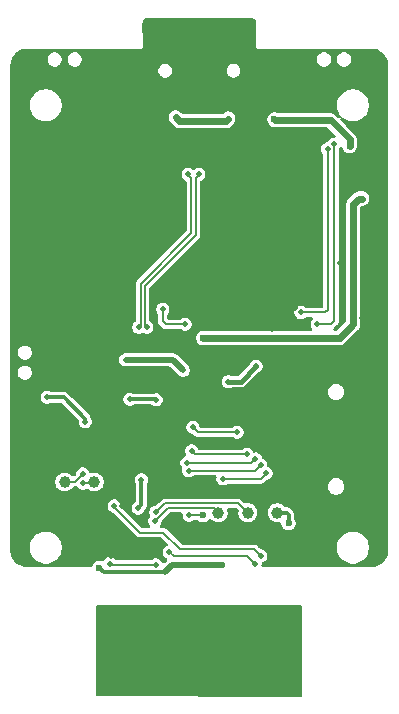
<source format=gbr>
%TF.GenerationSoftware,KiCad,Pcbnew,9.0.2*%
%TF.CreationDate,2025-09-17T10:45:07+02:00*%
%TF.ProjectId,flipper-mce,666c6970-7065-4722-9d6d-63652e6b6963,rev?*%
%TF.SameCoordinates,Original*%
%TF.FileFunction,Copper,L2,Bot*%
%TF.FilePolarity,Positive*%
%FSLAX46Y46*%
G04 Gerber Fmt 4.6, Leading zero omitted, Abs format (unit mm)*
G04 Created by KiCad (PCBNEW 9.0.2) date 2025-09-17 10:45:07*
%MOMM*%
%LPD*%
G01*
G04 APERTURE LIST*
%TA.AperFunction,NonConductor*%
%ADD10C,0.200000*%
%TD*%
%TA.AperFunction,ComponentPad*%
%ADD11C,0.600000*%
%TD*%
%TA.AperFunction,ComponentPad*%
%ADD12O,1.000000X2.100000*%
%TD*%
%TA.AperFunction,ComponentPad*%
%ADD13O,1.000000X1.600000*%
%TD*%
%TA.AperFunction,SMDPad,CuDef*%
%ADD14C,1.000000*%
%TD*%
%TA.AperFunction,ViaPad*%
%ADD15C,0.500000*%
%TD*%
%TA.AperFunction,ViaPad*%
%ADD16C,0.600000*%
%TD*%
%TA.AperFunction,Conductor*%
%ADD17C,0.300000*%
%TD*%
%TA.AperFunction,Conductor*%
%ADD18C,0.500000*%
%TD*%
%TA.AperFunction,Conductor*%
%ADD19C,0.381000*%
%TD*%
%TA.AperFunction,Conductor*%
%ADD20C,0.600000*%
%TD*%
%TA.AperFunction,Conductor*%
%ADD21C,0.180000*%
%TD*%
%TA.AperFunction,Conductor*%
%ADD22C,0.200000*%
%TD*%
%TA.AperFunction,Conductor*%
%ADD23C,0.152400*%
%TD*%
G04 APERTURE END LIST*
D10*
X197000000Y-114500000D02*
X179700000Y-114400000D01*
X179700000Y-106900000D01*
X197000000Y-106900000D01*
X197000000Y-114500000D01*
%TA.AperFunction,NonConductor*%
G36*
X197000000Y-114500000D02*
G01*
X179700000Y-114400000D01*
X179700000Y-106900000D01*
X197000000Y-106900000D01*
X197000000Y-114500000D01*
G37*
%TD.AperFunction*%
D11*
%TO.P,U3,57,GND*%
%TO.N,GND*%
X181655000Y-92877000D03*
X181655000Y-94152000D03*
X181655000Y-95427000D03*
X182930000Y-92877000D03*
X182930000Y-94152000D03*
X182930000Y-95427000D03*
X184205000Y-92877000D03*
X184205000Y-94152000D03*
X184205000Y-95427000D03*
%TD*%
D12*
%TO.P,J3,S1,SHIELD*%
%TO.N,GND*%
X192720000Y-62108000D03*
D13*
X192720000Y-57928000D03*
D12*
X184080000Y-62108000D03*
D13*
X184080000Y-57928000D03*
%TD*%
D14*
%TO.P,TP10,1,1*%
%TO.N,Net-(U3-SWD)*%
X192500000Y-99000000D03*
%TD*%
%TO.P,TP9,1,1*%
%TO.N,Net-(U3-SWCLK)*%
X190000000Y-99000000D03*
%TD*%
%TO.P,TP14,1,1*%
%TO.N,GND*%
X197500000Y-99000000D03*
%TD*%
%TO.P,TP13,1,1*%
%TO.N,+3V3*%
X195000000Y-99000000D03*
%TD*%
%TO.P,TP12,1,1*%
%TO.N,UART_RX*%
X179500000Y-96400000D03*
%TD*%
%TO.P,TP11,1,1*%
%TO.N,UART_TX*%
X177000000Y-96400000D03*
%TD*%
D15*
%TO.N,GND*%
X190296400Y-69985800D03*
X200450000Y-62320000D03*
X186400000Y-90600000D03*
X192650000Y-97000000D03*
X192300000Y-100200000D03*
X200292400Y-77851000D03*
X194400000Y-62900000D03*
X190200000Y-66800000D03*
X198120000Y-79502000D03*
X195961000Y-96012000D03*
X190000000Y-88600000D03*
X195400000Y-87000000D03*
X181525000Y-60225000D03*
X195850000Y-102750000D03*
X184200000Y-64900000D03*
X189900000Y-64800000D03*
X178800000Y-68000000D03*
X177000000Y-71000000D03*
X182000000Y-86950000D03*
X191494000Y-69985800D03*
X199000000Y-102900000D03*
X198593000Y-69931000D03*
X191700000Y-97000000D03*
X178250000Y-85450000D03*
X192900000Y-67400000D03*
X177700000Y-103000000D03*
X202800000Y-86700000D03*
X203300000Y-68900000D03*
X185500000Y-83800000D03*
X198400000Y-67700000D03*
X203400000Y-64700000D03*
X185950000Y-85100000D03*
X197600000Y-95600000D03*
X191780000Y-59070000D03*
X178800000Y-86700000D03*
X194710000Y-64730000D03*
X180000000Y-65000000D03*
X173700000Y-61200000D03*
X177900000Y-64800000D03*
X180915220Y-102653070D03*
X173200000Y-102600000D03*
X196900000Y-64800000D03*
X187700000Y-89450000D03*
X193400000Y-100100000D03*
X194848152Y-102798152D03*
X203700000Y-78300000D03*
X195980000Y-60450000D03*
X203100000Y-62200000D03*
X173550000Y-82100000D03*
X181300000Y-86400000D03*
X180000000Y-102700000D03*
X183700000Y-102490000D03*
X203500000Y-73200000D03*
X197500000Y-97800000D03*
X175630000Y-82130000D03*
X191600000Y-100000000D03*
X199700000Y-101250000D03*
X177150000Y-95050000D03*
X183000000Y-87000000D03*
X174900000Y-98700000D03*
X202300000Y-96900000D03*
X190100000Y-59050000D03*
X203700000Y-102400000D03*
X175130000Y-83490000D03*
X199700000Y-87100000D03*
X173796000Y-62227000D03*
X196469000Y-81661000D03*
X179600000Y-98200000D03*
X177100000Y-82200000D03*
X185570000Y-59060000D03*
X174700000Y-66800000D03*
X197358000Y-69977000D03*
X178181000Y-76454000D03*
X179000000Y-98700000D03*
X181100000Y-63200000D03*
X203300000Y-100400000D03*
X188849000Y-74422000D03*
X173700000Y-98700000D03*
X178350000Y-84450000D03*
X178589000Y-70612000D03*
X173355000Y-78867000D03*
X178716000Y-74295000D03*
X199000000Y-90900000D03*
X178800000Y-87750000D03*
X202600000Y-67100000D03*
X180300000Y-60275000D03*
X184700000Y-87025000D03*
X173290000Y-76454000D03*
X173990000Y-71882000D03*
X192700000Y-64700000D03*
X179070000Y-78105000D03*
X202184000Y-82550000D03*
X179700000Y-81600000D03*
X181839638Y-98458238D03*
X188040000Y-59060000D03*
X173400000Y-63800000D03*
X182700000Y-67900000D03*
X194564000Y-83439000D03*
X175850000Y-98550000D03*
%TO.N,+1V1*%
X184743148Y-89447720D03*
X182517938Y-89382062D03*
X183208600Y-98600000D03*
X183500000Y-96200000D03*
%TO.N,+3V3*%
X175500000Y-89230000D03*
X193200000Y-86600000D03*
X190850000Y-87900000D03*
X182150000Y-86050000D03*
D16*
X195950000Y-99900000D03*
D15*
X187043750Y-86943750D03*
X178740000Y-91300000D03*
D16*
%TO.N,Net-(D2-K)*%
X188722000Y-84201000D03*
X202200000Y-72400000D03*
%TO.N,VBUS*%
X194750000Y-65700000D03*
D15*
X186400000Y-65525000D03*
D16*
X201125000Y-67975000D03*
D15*
X190850000Y-65625000D03*
%TO.N,SD_MISO*%
X194050000Y-95650000D03*
X190400000Y-96122000D03*
%TO.N,OLED_SDA*%
X185293000Y-81788000D03*
X191600000Y-92180000D03*
X187200000Y-83042400D03*
X187841701Y-91777331D03*
%TO.N,OLED_SCL*%
X192400000Y-94050000D03*
X187742304Y-93757696D03*
%TO.N,GC_CLK*%
X184700000Y-103400000D03*
X180848000Y-103302000D03*
%TO.N,GC_ACK*%
X193110000Y-103370000D03*
X185860000Y-102330000D03*
%TO.N,D-*%
X188341000Y-70358000D03*
X183940000Y-83300000D03*
%TO.N,D+*%
X187452000Y-70358000D03*
X183260000Y-83300000D03*
%TO.N,UART_TX*%
X178544799Y-95706768D03*
%TO.N,UART_RX*%
X178544800Y-96500000D03*
D16*
%TO.N,Net-(U3-GPIO19)*%
X188700000Y-99220000D03*
D15*
X187530000Y-99220000D03*
%TO.N,Net-(U3-GPIO15)*%
X193610000Y-102640000D03*
X181178993Y-98429400D03*
%TO.N,SW1*%
X199800000Y-67818000D03*
X198374000Y-83058000D03*
X193604897Y-94955442D03*
X187494347Y-95438790D03*
%TO.N,SW2*%
X199250000Y-68199000D03*
X193150000Y-94450000D03*
X197000000Y-82042000D03*
X187347740Y-94774780D03*
%TO.N,GC_3.3V*%
X185460000Y-104010000D03*
D16*
X190279000Y-103400000D03*
X179925000Y-103650000D03*
D15*
%TO.N,Net-(U3-SWCLK)*%
X184634800Y-99700000D03*
%TO.N,Net-(U3-SWD)*%
X184696381Y-98953619D03*
%TD*%
D17*
%TO.N,+1V1*%
X183208600Y-98600000D02*
X183500000Y-98308600D01*
X183500000Y-98308600D02*
X183500000Y-96200000D01*
X184677490Y-89382062D02*
X182517938Y-89382062D01*
X184743148Y-89447720D02*
X184677490Y-89382062D01*
%TO.N,+3V3*%
X196000000Y-99850000D02*
X196000000Y-99200000D01*
X178740000Y-91040000D02*
X178740000Y-91300000D01*
X175500000Y-89230000D02*
X176930000Y-89230000D01*
X195950000Y-99900000D02*
X196000000Y-99850000D01*
X176930000Y-89230000D02*
X178740000Y-91040000D01*
D18*
X182150000Y-86050000D02*
X186150000Y-86050000D01*
D17*
X195800000Y-99000000D02*
X195000000Y-99000000D01*
X196000000Y-99200000D02*
X195800000Y-99000000D01*
D19*
X191900000Y-87900000D02*
X193200000Y-86600000D01*
X190850000Y-87900000D02*
X191900000Y-87900000D01*
D18*
X186150000Y-86050000D02*
X187043750Y-86943750D01*
D20*
%TO.N,Net-(D2-K)*%
X201422000Y-83058000D02*
X200279000Y-84201000D01*
X201422000Y-72898000D02*
X201422000Y-83058000D01*
X202200000Y-72400000D02*
X201920000Y-72400000D01*
X201920000Y-72400000D02*
X201422000Y-72898000D01*
X200279000Y-84201000D02*
X188722000Y-84201000D01*
%TO.N,VBUS*%
X186400000Y-65525000D02*
X186700000Y-65825000D01*
X201125000Y-67394000D02*
X201125000Y-67975000D01*
X199506000Y-65775000D02*
X201125000Y-67394000D01*
X194825000Y-65775000D02*
X199506000Y-65775000D01*
X190650000Y-65825000D02*
X190850000Y-65625000D01*
X194750000Y-65700000D02*
X194825000Y-65775000D01*
X186700000Y-65825000D02*
X190650000Y-65825000D01*
D21*
%TO.N,SD_MISO*%
X193600000Y-96150000D02*
X190428000Y-96150000D01*
X190428000Y-96150000D02*
X190400000Y-96122000D01*
X194050000Y-95700000D02*
X193600000Y-96150000D01*
%TO.N,OLED_SDA*%
X185293000Y-82788400D02*
X185547000Y-83042400D01*
X185293000Y-81788000D02*
X185293000Y-82788400D01*
X185547000Y-83042400D02*
X187200000Y-83042400D01*
X188244370Y-92180000D02*
X187841701Y-91777331D01*
X191600000Y-92180000D02*
X188244370Y-92180000D01*
%TO.N,OLED_SCL*%
X188034608Y-94050000D02*
X187742304Y-93757696D01*
X192400000Y-94050000D02*
X188034608Y-94050000D01*
D22*
%TO.N,GC_CLK*%
X184700000Y-103400000D02*
X180946000Y-103400000D01*
X180946000Y-103400000D02*
X180848000Y-103302000D01*
%TO.N,GC_ACK*%
X186230000Y-102700000D02*
X192440000Y-102700000D01*
X185860000Y-102330000D02*
X186230000Y-102700000D01*
X192440000Y-102700000D02*
X193110000Y-103370000D01*
D21*
%TO.N,D-*%
X183780000Y-83140000D02*
X183940000Y-83300000D01*
X188080000Y-70619000D02*
X188080000Y-75474560D01*
X183780000Y-79774560D02*
X183780000Y-83140000D01*
X188341000Y-70358000D02*
X188080000Y-70619000D01*
X188080000Y-75474560D02*
X183780000Y-79774560D01*
%TO.N,D+*%
X187452000Y-70358000D02*
X187720000Y-70626000D01*
X183420000Y-79625440D02*
X183420000Y-83140000D01*
X187720000Y-70626000D02*
X187720000Y-75325440D01*
X187720000Y-75325440D02*
X183420000Y-79625440D01*
X183420000Y-83140000D02*
X183260000Y-83300000D01*
D23*
%TO.N,UART_TX*%
X178544799Y-95706768D02*
X177851567Y-96400000D01*
X177851567Y-96400000D02*
X177000000Y-96400000D01*
%TO.N,UART_RX*%
X179400000Y-96500000D02*
X179500000Y-96400000D01*
X178544800Y-96500000D02*
X179400000Y-96500000D01*
D21*
%TO.N,Net-(U3-GPIO19)*%
X187530000Y-99220000D02*
X188700000Y-99220000D01*
X188700000Y-99220000D02*
X188790000Y-99220000D01*
D22*
%TO.N,Net-(U3-GPIO15)*%
X181801087Y-99148913D02*
X183342174Y-100690000D01*
X183342174Y-100690000D02*
X185360000Y-100690000D01*
X181178993Y-98429400D02*
X181178993Y-98526818D01*
X185360000Y-100690000D02*
X186760000Y-102090000D01*
X181178993Y-98526818D02*
X181801087Y-99148913D01*
X186760000Y-102090000D02*
X193060000Y-102090000D01*
X193060000Y-102090000D02*
X193610000Y-102640000D01*
D21*
%TO.N,SW1*%
X187494347Y-95438790D02*
X187508137Y-95425000D01*
X191550000Y-95425000D02*
X193135339Y-95425000D01*
X193604897Y-94955442D02*
X193655442Y-94955442D01*
X187508137Y-95425000D02*
X191550000Y-95425000D01*
X198374000Y-83058000D02*
X199517000Y-83058000D01*
X193135339Y-95425000D02*
X193604897Y-94955442D01*
X199517000Y-83058000D02*
X199800000Y-82775000D01*
X199800000Y-82775000D02*
X199800000Y-67818000D01*
%TO.N,SW2*%
X187372960Y-94800000D02*
X192800000Y-94800000D01*
X199009000Y-82042000D02*
X199250000Y-81801000D01*
X187347740Y-94774780D02*
X187372960Y-94800000D01*
X199250000Y-81801000D02*
X199250000Y-68199000D01*
X197000000Y-82042000D02*
X199009000Y-82042000D01*
X192800000Y-94800000D02*
X193150000Y-94450000D01*
D18*
%TO.N,GC_3.3V*%
X190269000Y-103410000D02*
X186060000Y-103410000D01*
X186060000Y-103410000D02*
X185460000Y-104010000D01*
D17*
X179925000Y-103650000D02*
X180285000Y-104010000D01*
D18*
X190279000Y-103400000D02*
X190269000Y-103410000D01*
D17*
X180285000Y-104010000D02*
X185460000Y-104010000D01*
D23*
%TO.N,Net-(U3-SWCLK)*%
X189600000Y-98600000D02*
X190000000Y-99000000D01*
X185734800Y-98600000D02*
X189600000Y-98600000D01*
X184634800Y-99700000D02*
X185734800Y-98600000D01*
%TO.N,Net-(U3-SWD)*%
X185450000Y-98200000D02*
X191700000Y-98200000D01*
X184696381Y-98953619D02*
X185450000Y-98200000D01*
X191700000Y-98200000D02*
X192500000Y-99000000D01*
%TD*%
%TA.AperFunction,Conductor*%
%TO.N,GND*%
G36*
X192809683Y-57101775D02*
G01*
X192831385Y-57104632D01*
X192883952Y-57111552D01*
X192921515Y-57121617D01*
X192981626Y-57146516D01*
X193015308Y-57165962D01*
X193066925Y-57205569D01*
X193094430Y-57233074D01*
X193134037Y-57284691D01*
X193153485Y-57318376D01*
X193178380Y-57378478D01*
X193188447Y-57416048D01*
X193198225Y-57490314D01*
X193199500Y-57509764D01*
X193199500Y-59619991D01*
X193214800Y-59656929D01*
X193243071Y-59685200D01*
X193280009Y-59700500D01*
X193319991Y-59700500D01*
X202973071Y-59700500D01*
X202994142Y-59700500D01*
X203005832Y-59700959D01*
X203207243Y-59716810D01*
X203230335Y-59720468D01*
X203421064Y-59766258D01*
X203443301Y-59773483D01*
X203624525Y-59848548D01*
X203645358Y-59859163D01*
X203812607Y-59961654D01*
X203831521Y-59975396D01*
X203980678Y-60102787D01*
X203997210Y-60119319D01*
X204060907Y-60193899D01*
X204124603Y-60268478D01*
X204138345Y-60287392D01*
X204240836Y-60454641D01*
X204251451Y-60475474D01*
X204326516Y-60656698D01*
X204333741Y-60678935D01*
X204379531Y-60869664D01*
X204383189Y-60892756D01*
X204399041Y-61094166D01*
X204399500Y-61105857D01*
X204399500Y-102194142D01*
X204399041Y-102205833D01*
X204383189Y-102407243D01*
X204379531Y-102430335D01*
X204333741Y-102621064D01*
X204326516Y-102643301D01*
X204251451Y-102824525D01*
X204240836Y-102845358D01*
X204138345Y-103012607D01*
X204124603Y-103031521D01*
X203997212Y-103180678D01*
X203980678Y-103197212D01*
X203831521Y-103324603D01*
X203812607Y-103338345D01*
X203645358Y-103440836D01*
X203624525Y-103451451D01*
X203443301Y-103526516D01*
X203421064Y-103533741D01*
X203230335Y-103579531D01*
X203207243Y-103583189D01*
X203020846Y-103597859D01*
X203005831Y-103599041D01*
X202994142Y-103599500D01*
X197515335Y-103599500D01*
X197515335Y-103598608D01*
X197495445Y-103597899D01*
X197495456Y-103599891D01*
X193807890Y-103619480D01*
X193806375Y-103619082D01*
X193804858Y-103619465D01*
X193769185Y-103609329D01*
X193733285Y-103599914D01*
X193732171Y-103598812D01*
X193730667Y-103598385D01*
X193704827Y-103571757D01*
X193678458Y-103545666D01*
X193678045Y-103544157D01*
X193676955Y-103543034D01*
X193675143Y-103533553D01*
X193658100Y-103471274D01*
X193658115Y-103468242D01*
X193658383Y-103450373D01*
X193660500Y-103442475D01*
X193660500Y-103309609D01*
X193660517Y-103308479D01*
X193670755Y-103272446D01*
X193680462Y-103236219D01*
X193681281Y-103235399D01*
X193681597Y-103234288D01*
X193708478Y-103208202D01*
X193735000Y-103181681D01*
X193736411Y-103181096D01*
X193736948Y-103180576D01*
X193738785Y-103180113D01*
X193770934Y-103166797D01*
X193822485Y-103152984D01*
X193948015Y-103080509D01*
X194050509Y-102978015D01*
X194103047Y-102887016D01*
X194122983Y-102852487D01*
X194122984Y-102852485D01*
X194160500Y-102712475D01*
X194160500Y-102567525D01*
X194122984Y-102427515D01*
X194122983Y-102427514D01*
X194122983Y-102427512D01*
X194050511Y-102301988D01*
X194050510Y-102301987D01*
X194050509Y-102301985D01*
X193948015Y-102199491D01*
X193948012Y-102199489D01*
X193948011Y-102199488D01*
X193822487Y-102127016D01*
X193682476Y-102089500D01*
X193672796Y-102088226D01*
X193673138Y-102085622D01*
X193668663Y-102084423D01*
X193649047Y-102084423D01*
X193632059Y-102074615D01*
X193613111Y-102069538D01*
X193582252Y-102045859D01*
X193479611Y-101943218D01*
X193396204Y-101859811D01*
X193380106Y-101843713D01*
X200049500Y-101843713D01*
X200049500Y-101859811D01*
X200049500Y-102056287D01*
X200082754Y-102266243D01*
X200148443Y-102468412D01*
X200243969Y-102655893D01*
X200244950Y-102657817D01*
X200244950Y-102657818D01*
X200307422Y-102743804D01*
X200369896Y-102829792D01*
X200520208Y-102980104D01*
X200692184Y-103105051D01*
X200881588Y-103201557D01*
X201083757Y-103267246D01*
X201293713Y-103300500D01*
X201293718Y-103300500D01*
X201506282Y-103300500D01*
X201506287Y-103300500D01*
X201716243Y-103267246D01*
X201918412Y-103201557D01*
X202107816Y-103105051D01*
X202279792Y-102980104D01*
X202430104Y-102829792D01*
X202555051Y-102657816D01*
X202651557Y-102468412D01*
X202717246Y-102266243D01*
X202750500Y-102056287D01*
X202750500Y-101843713D01*
X202717246Y-101633757D01*
X202651557Y-101431588D01*
X202555051Y-101242184D01*
X202430104Y-101070208D01*
X202279792Y-100919896D01*
X202107816Y-100794949D01*
X201918412Y-100698443D01*
X201716243Y-100632754D01*
X201506287Y-100599500D01*
X201293713Y-100599500D01*
X201118749Y-100627211D01*
X201083756Y-100632754D01*
X200881594Y-100698441D01*
X200881588Y-100698443D01*
X200881582Y-100698445D01*
X200881582Y-100698446D01*
X200692182Y-100794950D01*
X200692181Y-100794950D01*
X200520209Y-100919895D01*
X200520206Y-100919897D01*
X200369897Y-101070206D01*
X200369895Y-101070209D01*
X200244950Y-101242181D01*
X200244950Y-101242182D01*
X200148446Y-101431582D01*
X200148441Y-101431594D01*
X200082754Y-101633756D01*
X200077087Y-101669538D01*
X200049500Y-101843713D01*
X193380106Y-101843713D01*
X193305913Y-101769520D01*
X193305910Y-101769518D01*
X193305906Y-101769515D01*
X193214591Y-101716794D01*
X193214588Y-101716793D01*
X193187295Y-101709480D01*
X193112729Y-101689500D01*
X193112727Y-101689500D01*
X186987611Y-101689500D01*
X186913111Y-101669538D01*
X186882252Y-101645859D01*
X186246873Y-101010480D01*
X185605913Y-100369520D01*
X185605910Y-100369518D01*
X185605906Y-100369515D01*
X185514591Y-100316794D01*
X185514588Y-100316793D01*
X185487295Y-100309480D01*
X185412729Y-100289500D01*
X185412727Y-100289500D01*
X185183541Y-100289500D01*
X185109041Y-100269538D01*
X185054503Y-100215000D01*
X185034541Y-100140500D01*
X185054503Y-100066000D01*
X185069788Y-100046079D01*
X185069368Y-100045756D01*
X185075304Y-100038019D01*
X185075309Y-100038015D01*
X185147784Y-99912485D01*
X185185300Y-99772475D01*
X185185300Y-99743952D01*
X185205262Y-99669452D01*
X185228941Y-99638593D01*
X185847193Y-99020341D01*
X185913988Y-98981777D01*
X185952552Y-98976700D01*
X186832087Y-98976700D01*
X186906587Y-98996662D01*
X186961125Y-99051200D01*
X186981087Y-99125700D01*
X186979813Y-99145141D01*
X186979500Y-99147519D01*
X186979500Y-99292476D01*
X187017016Y-99432487D01*
X187089488Y-99558011D01*
X187089489Y-99558012D01*
X187089491Y-99558015D01*
X187191985Y-99660509D01*
X187191987Y-99660510D01*
X187191988Y-99660511D01*
X187317512Y-99732983D01*
X187317514Y-99732983D01*
X187317515Y-99732984D01*
X187457525Y-99770500D01*
X187602475Y-99770500D01*
X187742485Y-99732984D01*
X187868015Y-99660509D01*
X187874384Y-99654139D01*
X187891369Y-99644333D01*
X187905241Y-99630462D01*
X187924189Y-99625384D01*
X187941177Y-99615577D01*
X187979741Y-99610500D01*
X188179546Y-99610500D01*
X188254046Y-99630462D01*
X188284905Y-99654141D01*
X188331284Y-99700520D01*
X188468216Y-99779577D01*
X188620943Y-99820500D01*
X188779057Y-99820500D01*
X188931784Y-99779577D01*
X189068716Y-99700520D01*
X189180520Y-99588716D01*
X189184495Y-99581830D01*
X189239028Y-99527294D01*
X189313527Y-99507329D01*
X189388028Y-99527288D01*
X189418892Y-99550970D01*
X189489711Y-99621789D01*
X189620821Y-99709394D01*
X189766503Y-99769737D01*
X189921158Y-99800500D01*
X190078842Y-99800500D01*
X190233497Y-99769737D01*
X190379179Y-99709394D01*
X190510289Y-99621789D01*
X190621789Y-99510289D01*
X190709394Y-99379179D01*
X190769737Y-99233497D01*
X190800500Y-99078842D01*
X190800500Y-98921158D01*
X190778884Y-98812486D01*
X190768309Y-98759323D01*
X190770154Y-98758956D01*
X190767955Y-98691873D01*
X190804309Y-98623850D01*
X190869804Y-98583118D01*
X190913064Y-98576700D01*
X191482248Y-98576700D01*
X191501196Y-98581777D01*
X191520812Y-98581777D01*
X191537799Y-98591584D01*
X191556748Y-98596662D01*
X191587607Y-98620341D01*
X191674529Y-98707263D01*
X191713093Y-98774058D01*
X191715307Y-98841690D01*
X191699500Y-98921157D01*
X191699500Y-99078842D01*
X191730262Y-99233494D01*
X191730263Y-99233498D01*
X191790604Y-99379176D01*
X191790605Y-99379178D01*
X191790606Y-99379179D01*
X191878211Y-99510289D01*
X191989711Y-99621789D01*
X192120821Y-99709394D01*
X192266503Y-99769737D01*
X192421158Y-99800500D01*
X192578842Y-99800500D01*
X192733497Y-99769737D01*
X192879179Y-99709394D01*
X193010289Y-99621789D01*
X193121789Y-99510289D01*
X193209394Y-99379179D01*
X193269737Y-99233497D01*
X193300500Y-99078842D01*
X193300500Y-98921158D01*
X193300500Y-98921157D01*
X194199500Y-98921157D01*
X194199500Y-99078842D01*
X194230262Y-99233494D01*
X194230263Y-99233498D01*
X194290604Y-99379176D01*
X194290605Y-99379178D01*
X194290606Y-99379179D01*
X194378211Y-99510289D01*
X194489711Y-99621789D01*
X194620821Y-99709394D01*
X194766503Y-99769737D01*
X194921158Y-99800500D01*
X195078841Y-99800500D01*
X195078842Y-99800500D01*
X195171433Y-99782082D01*
X195248394Y-99787126D01*
X195312523Y-99829976D01*
X195346637Y-99899150D01*
X195349500Y-99928219D01*
X195349500Y-99979057D01*
X195390423Y-100131784D01*
X195469480Y-100268716D01*
X195581284Y-100380520D01*
X195718216Y-100459577D01*
X195870943Y-100500500D01*
X196029057Y-100500500D01*
X196181784Y-100459577D01*
X196318716Y-100380520D01*
X196430520Y-100268716D01*
X196509577Y-100131784D01*
X196550500Y-99979057D01*
X196550500Y-99820943D01*
X196509577Y-99668216D01*
X196505128Y-99660510D01*
X196470462Y-99600465D01*
X196450500Y-99525966D01*
X196450500Y-99140691D01*
X196450499Y-99140689D01*
X196443075Y-99112983D01*
X196419799Y-99026114D01*
X196419799Y-99026113D01*
X196360490Y-98923386D01*
X196076614Y-98639511D01*
X196076609Y-98639507D01*
X195973890Y-98580202D01*
X195973887Y-98580201D01*
X195960821Y-98576700D01*
X195960034Y-98576489D01*
X195960032Y-98576488D01*
X195949673Y-98573713D01*
X195859309Y-98549500D01*
X195732519Y-98549500D01*
X195723777Y-98548463D01*
X195695862Y-98537317D01*
X195666829Y-98529538D01*
X195658339Y-98522335D01*
X195652147Y-98519863D01*
X195645536Y-98511473D01*
X195626153Y-98495028D01*
X195621790Y-98489712D01*
X195510292Y-98378214D01*
X195510289Y-98378211D01*
X195379179Y-98290606D01*
X195379178Y-98290605D01*
X195379176Y-98290604D01*
X195233498Y-98230263D01*
X195233494Y-98230262D01*
X195078842Y-98199500D01*
X194921158Y-98199500D01*
X194766505Y-98230262D01*
X194766501Y-98230263D01*
X194620823Y-98290604D01*
X194489707Y-98378214D01*
X194378214Y-98489707D01*
X194378211Y-98489710D01*
X194378211Y-98489711D01*
X194351599Y-98529538D01*
X194290604Y-98620823D01*
X194230263Y-98766501D01*
X194230262Y-98766505D01*
X194199500Y-98921157D01*
X193300500Y-98921157D01*
X193269737Y-98766503D01*
X193210649Y-98623850D01*
X193209395Y-98620823D01*
X193185602Y-98585214D01*
X193121789Y-98489711D01*
X193010289Y-98378211D01*
X192879179Y-98290606D01*
X192879178Y-98290605D01*
X192879176Y-98290604D01*
X192733498Y-98230263D01*
X192733494Y-98230262D01*
X192578842Y-98199500D01*
X192421158Y-98199500D01*
X192341690Y-98215307D01*
X192307908Y-98213093D01*
X192274058Y-98213093D01*
X192269723Y-98210590D01*
X192264727Y-98210263D01*
X192207263Y-98174529D01*
X192009930Y-97977196D01*
X192009925Y-97977190D01*
X192001435Y-97968700D01*
X191931300Y-97898565D01*
X191931297Y-97898563D01*
X191931296Y-97898562D01*
X191845403Y-97848971D01*
X191749593Y-97823299D01*
X191650407Y-97823299D01*
X191641278Y-97823299D01*
X191641262Y-97823300D01*
X185400403Y-97823300D01*
X185304598Y-97848971D01*
X185218703Y-97898562D01*
X185218700Y-97898565D01*
X185148565Y-97968700D01*
X185148563Y-97968702D01*
X184942737Y-98174529D01*
X184757788Y-98359478D01*
X184690993Y-98398042D01*
X184652429Y-98403119D01*
X184623906Y-98403119D01*
X184483893Y-98440635D01*
X184358369Y-98513107D01*
X184255869Y-98615607D01*
X184183397Y-98741131D01*
X184145881Y-98881142D01*
X184145881Y-99026095D01*
X184183398Y-99166107D01*
X184202830Y-99199765D01*
X184222791Y-99274265D01*
X184202828Y-99348765D01*
X184196172Y-99358726D01*
X184121816Y-99487512D01*
X184084300Y-99627523D01*
X184084300Y-99772476D01*
X184121816Y-99912487D01*
X184194288Y-100038011D01*
X184200232Y-100045756D01*
X184198371Y-100047184D01*
X184229982Y-100101936D01*
X184229982Y-100179064D01*
X184191418Y-100245859D01*
X184124623Y-100284423D01*
X184086059Y-100289500D01*
X183569785Y-100289500D01*
X183495285Y-100269538D01*
X183464426Y-100245859D01*
X182047000Y-98828433D01*
X181841686Y-98623118D01*
X181773134Y-98554566D01*
X181757521Y-98527523D01*
X182658100Y-98527523D01*
X182658100Y-98672476D01*
X182695616Y-98812487D01*
X182768088Y-98938011D01*
X182768089Y-98938012D01*
X182768091Y-98938015D01*
X182870585Y-99040509D01*
X182870587Y-99040510D01*
X182870588Y-99040511D01*
X182996112Y-99112983D01*
X182996114Y-99112983D01*
X182996115Y-99112984D01*
X183136125Y-99150500D01*
X183281075Y-99150500D01*
X183421085Y-99112984D01*
X183546615Y-99040509D01*
X183649109Y-98938015D01*
X183721584Y-98812485D01*
X183743595Y-98730336D01*
X183782153Y-98663549D01*
X183860490Y-98585214D01*
X183919799Y-98482487D01*
X183933514Y-98431300D01*
X183950500Y-98367909D01*
X183950500Y-96704006D01*
X199277500Y-96704006D01*
X199277500Y-96841993D01*
X199304419Y-96977325D01*
X199304420Y-96977329D01*
X199357224Y-97104809D01*
X199357227Y-97104815D01*
X199433883Y-97219538D01*
X199433886Y-97219542D01*
X199531458Y-97317114D01*
X199531461Y-97317116D01*
X199646184Y-97393772D01*
X199646186Y-97393773D01*
X199646189Y-97393775D01*
X199773672Y-97446580D01*
X199909007Y-97473500D01*
X200046993Y-97473500D01*
X200182328Y-97446580D01*
X200309811Y-97393775D01*
X200424542Y-97317114D01*
X200522114Y-97219542D01*
X200598775Y-97104811D01*
X200651580Y-96977328D01*
X200678500Y-96841993D01*
X200678500Y-96704007D01*
X200651580Y-96568672D01*
X200598775Y-96441189D01*
X200550415Y-96368814D01*
X200522116Y-96326461D01*
X200522114Y-96326458D01*
X200424542Y-96228886D01*
X200424538Y-96228883D01*
X200309815Y-96152227D01*
X200309809Y-96152224D01*
X200182329Y-96099420D01*
X200182325Y-96099419D01*
X200046993Y-96072500D01*
X199909007Y-96072500D01*
X199773674Y-96099419D01*
X199773670Y-96099420D01*
X199646190Y-96152224D01*
X199646184Y-96152227D01*
X199531461Y-96228883D01*
X199531454Y-96228889D01*
X199433889Y-96326454D01*
X199433883Y-96326461D01*
X199357227Y-96441184D01*
X199357224Y-96441190D01*
X199304420Y-96568670D01*
X199304419Y-96568674D01*
X199277500Y-96704006D01*
X183950500Y-96704006D01*
X183950500Y-96560634D01*
X183970462Y-96486135D01*
X183970463Y-96486134D01*
X184012982Y-96412488D01*
X184012981Y-96412488D01*
X184012984Y-96412485D01*
X184050500Y-96272475D01*
X184050500Y-96127525D01*
X184012984Y-95987515D01*
X184012983Y-95987514D01*
X184012983Y-95987512D01*
X183940511Y-95861988D01*
X183940510Y-95861987D01*
X183940509Y-95861985D01*
X183838015Y-95759491D01*
X183838012Y-95759489D01*
X183838011Y-95759488D01*
X183712487Y-95687016D01*
X183572475Y-95649500D01*
X183427525Y-95649500D01*
X183287512Y-95687016D01*
X183161988Y-95759488D01*
X183059488Y-95861988D01*
X182987016Y-95987512D01*
X182949500Y-96127523D01*
X182949500Y-96272476D01*
X182987017Y-96412488D01*
X183029537Y-96486134D01*
X183049500Y-96560634D01*
X183049500Y-97970168D01*
X183029538Y-98044668D01*
X182975001Y-98099205D01*
X182870591Y-98159486D01*
X182870587Y-98159489D01*
X182768088Y-98261988D01*
X182695616Y-98387512D01*
X182658100Y-98527523D01*
X181757521Y-98527523D01*
X181734570Y-98487771D01*
X181729493Y-98449207D01*
X181729493Y-98356925D01*
X181729492Y-98356923D01*
X181711722Y-98290606D01*
X181691977Y-98216915D01*
X181691976Y-98216914D01*
X181691976Y-98216912D01*
X181619504Y-98091388D01*
X181619503Y-98091387D01*
X181619502Y-98091385D01*
X181517008Y-97988891D01*
X181517005Y-97988889D01*
X181517004Y-97988888D01*
X181391480Y-97916416D01*
X181251468Y-97878900D01*
X181106518Y-97878900D01*
X180966505Y-97916416D01*
X180840981Y-97988888D01*
X180738481Y-98091388D01*
X180666009Y-98216912D01*
X180628493Y-98356923D01*
X180628493Y-98501876D01*
X180666009Y-98641887D01*
X180738481Y-98767411D01*
X180738482Y-98767412D01*
X180738484Y-98767415D01*
X180840978Y-98869909D01*
X180840980Y-98869910D01*
X180840981Y-98869911D01*
X180966506Y-98942383D01*
X180966508Y-98942384D01*
X181012171Y-98954619D01*
X181078965Y-98993183D01*
X181480605Y-99394823D01*
X181480607Y-99394826D01*
X183096261Y-101010480D01*
X183096263Y-101010481D01*
X183096267Y-101010484D01*
X183187582Y-101063205D01*
X183187583Y-101063205D01*
X183187586Y-101063207D01*
X183289447Y-101090500D01*
X185132389Y-101090500D01*
X185206889Y-101110462D01*
X185237748Y-101134141D01*
X185683351Y-101579744D01*
X185721915Y-101646539D01*
X185721915Y-101723667D01*
X185683351Y-101790462D01*
X185652493Y-101814140D01*
X185521991Y-101889486D01*
X185521987Y-101889489D01*
X185419488Y-101991988D01*
X185347016Y-102117512D01*
X185309500Y-102257523D01*
X185309500Y-102402476D01*
X185347016Y-102542487D01*
X185419488Y-102668011D01*
X185419489Y-102668012D01*
X185419491Y-102668015D01*
X185521985Y-102770509D01*
X185521987Y-102770510D01*
X185521991Y-102770513D01*
X185606763Y-102819457D01*
X185620632Y-102833326D01*
X185637621Y-102843135D01*
X185647430Y-102860124D01*
X185661300Y-102873995D01*
X185666376Y-102892941D01*
X185676185Y-102909930D01*
X185676185Y-102929547D01*
X185681262Y-102948495D01*
X185676185Y-102967441D01*
X185676185Y-102987058D01*
X185666376Y-103004047D01*
X185661299Y-103022995D01*
X185637621Y-103053853D01*
X185455889Y-103235585D01*
X185389094Y-103274149D01*
X185311966Y-103274149D01*
X185245171Y-103235585D01*
X185218471Y-103195622D01*
X185217867Y-103195972D01*
X185140511Y-103061988D01*
X185140510Y-103061987D01*
X185140509Y-103061985D01*
X185038015Y-102959491D01*
X185038012Y-102959489D01*
X185038011Y-102959488D01*
X184912487Y-102887016D01*
X184772475Y-102849500D01*
X184627525Y-102849500D01*
X184487512Y-102887016D01*
X184361988Y-102959488D01*
X184354244Y-102965432D01*
X184352645Y-102963348D01*
X184298823Y-102994423D01*
X184260259Y-102999500D01*
X181385742Y-102999500D01*
X181311242Y-102979538D01*
X181280384Y-102955859D01*
X181186017Y-102861493D01*
X181186011Y-102861488D01*
X181060487Y-102789016D01*
X180920475Y-102751500D01*
X180775525Y-102751500D01*
X180635512Y-102789016D01*
X180509988Y-102861488D01*
X180407488Y-102963988D01*
X180364563Y-103038336D01*
X180310024Y-103092873D01*
X180235524Y-103112834D01*
X180165811Y-103094154D01*
X180165809Y-103094161D01*
X180165759Y-103094140D01*
X180161029Y-103092873D01*
X180156788Y-103090424D01*
X180004057Y-103049500D01*
X179845943Y-103049500D01*
X179693216Y-103090423D01*
X179693214Y-103090423D01*
X179693214Y-103090424D01*
X179556283Y-103169480D01*
X179444480Y-103281283D01*
X179365423Y-103418214D01*
X179346439Y-103489065D01*
X179307874Y-103555860D01*
X179241079Y-103594423D01*
X179202516Y-103599500D01*
X173805858Y-103599500D01*
X173794168Y-103599041D01*
X173777603Y-103597737D01*
X173592756Y-103583189D01*
X173569664Y-103579531D01*
X173378935Y-103533741D01*
X173356698Y-103526516D01*
X173175474Y-103451451D01*
X173154641Y-103440836D01*
X172987392Y-103338345D01*
X172968478Y-103324603D01*
X172824410Y-103201558D01*
X172819319Y-103197210D01*
X172802787Y-103180678D01*
X172802304Y-103180113D01*
X172690751Y-103049500D01*
X172675396Y-103031521D01*
X172661654Y-103012607D01*
X172656408Y-103004047D01*
X172576712Y-102873995D01*
X172559163Y-102845358D01*
X172548548Y-102824525D01*
X172473483Y-102643301D01*
X172466258Y-102621064D01*
X172429611Y-102468417D01*
X172420467Y-102430333D01*
X172416810Y-102407242D01*
X172408526Y-102301988D01*
X172400959Y-102205832D01*
X172400500Y-102194142D01*
X172400500Y-101843713D01*
X174049500Y-101843713D01*
X174049500Y-101859811D01*
X174049500Y-102056287D01*
X174082754Y-102266243D01*
X174148443Y-102468412D01*
X174243969Y-102655893D01*
X174244950Y-102657817D01*
X174244950Y-102657818D01*
X174307422Y-102743804D01*
X174369896Y-102829792D01*
X174520208Y-102980104D01*
X174692184Y-103105051D01*
X174881588Y-103201557D01*
X175083757Y-103267246D01*
X175293713Y-103300500D01*
X175293718Y-103300500D01*
X175506282Y-103300500D01*
X175506287Y-103300500D01*
X175716243Y-103267246D01*
X175918412Y-103201557D01*
X176107816Y-103105051D01*
X176279792Y-102980104D01*
X176430104Y-102829792D01*
X176555051Y-102657816D01*
X176651557Y-102468412D01*
X176717246Y-102266243D01*
X176750500Y-102056287D01*
X176750500Y-101843713D01*
X176717246Y-101633757D01*
X176651557Y-101431588D01*
X176555051Y-101242184D01*
X176430104Y-101070208D01*
X176279792Y-100919896D01*
X176107816Y-100794949D01*
X175918412Y-100698443D01*
X175716243Y-100632754D01*
X175506287Y-100599500D01*
X175293713Y-100599500D01*
X175118749Y-100627211D01*
X175083756Y-100632754D01*
X174881594Y-100698441D01*
X174881588Y-100698443D01*
X174881582Y-100698445D01*
X174881582Y-100698446D01*
X174692182Y-100794950D01*
X174692181Y-100794950D01*
X174520209Y-100919895D01*
X174520206Y-100919897D01*
X174369897Y-101070206D01*
X174369895Y-101070209D01*
X174244950Y-101242181D01*
X174244950Y-101242182D01*
X174148446Y-101431582D01*
X174148441Y-101431594D01*
X174082754Y-101633756D01*
X174077087Y-101669538D01*
X174049500Y-101843713D01*
X172400500Y-101843713D01*
X172400500Y-96321157D01*
X176199500Y-96321157D01*
X176199500Y-96478842D01*
X176230262Y-96633494D01*
X176230263Y-96633498D01*
X176290604Y-96779176D01*
X176290605Y-96779178D01*
X176290606Y-96779179D01*
X176378211Y-96910289D01*
X176489711Y-97021789D01*
X176620821Y-97109394D01*
X176766503Y-97169737D01*
X176921158Y-97200500D01*
X177078842Y-97200500D01*
X177233497Y-97169737D01*
X177379179Y-97109394D01*
X177510289Y-97021789D01*
X177621789Y-96910289D01*
X177666804Y-96842918D01*
X177692253Y-96820600D01*
X177716192Y-96796662D01*
X177721027Y-96795366D01*
X177724791Y-96792066D01*
X177790692Y-96776700D01*
X177792829Y-96776700D01*
X177792845Y-96776701D01*
X177801974Y-96776701D01*
X177901160Y-96776701D01*
X177901165Y-96776700D01*
X177935981Y-96767371D01*
X178013109Y-96767370D01*
X178079904Y-96805933D01*
X178103583Y-96836791D01*
X178104284Y-96838005D01*
X178104289Y-96838012D01*
X178104291Y-96838015D01*
X178206785Y-96940509D01*
X178206787Y-96940510D01*
X178206788Y-96940511D01*
X178332312Y-97012983D01*
X178332314Y-97012983D01*
X178332315Y-97012984D01*
X178472325Y-97050500D01*
X178617275Y-97050500D01*
X178757285Y-97012984D01*
X178757287Y-97012983D01*
X178800041Y-96988299D01*
X178874541Y-96968337D01*
X178949041Y-96988299D01*
X178979900Y-97011978D01*
X178989711Y-97021789D01*
X179120821Y-97109394D01*
X179266503Y-97169737D01*
X179421158Y-97200500D01*
X179578842Y-97200500D01*
X179733497Y-97169737D01*
X179879179Y-97109394D01*
X180010289Y-97021789D01*
X180121789Y-96910289D01*
X180209394Y-96779179D01*
X180269737Y-96633497D01*
X180300500Y-96478842D01*
X180300500Y-96321158D01*
X180269737Y-96166503D01*
X180238260Y-96090511D01*
X180209395Y-96020823D01*
X180204834Y-96013997D01*
X180121789Y-95889711D01*
X180010289Y-95778211D01*
X179879179Y-95690606D01*
X179879178Y-95690605D01*
X179879176Y-95690604D01*
X179733498Y-95630263D01*
X179733494Y-95630262D01*
X179578842Y-95599500D01*
X179421158Y-95599500D01*
X179266505Y-95630262D01*
X179259502Y-95632387D01*
X179258996Y-95630720D01*
X179191905Y-95639541D01*
X179120653Y-95610013D01*
X179073711Y-95548815D01*
X179067456Y-95530384D01*
X179057783Y-95494283D01*
X178985308Y-95368753D01*
X178882814Y-95266259D01*
X178882811Y-95266257D01*
X178882810Y-95266256D01*
X178757286Y-95193784D01*
X178617274Y-95156268D01*
X178472324Y-95156268D01*
X178332311Y-95193784D01*
X178206787Y-95266256D01*
X178104287Y-95368756D01*
X178031815Y-95494280D01*
X177994299Y-95634291D01*
X177994299Y-95662815D01*
X177989222Y-95681762D01*
X177989222Y-95701379D01*
X177979414Y-95718366D01*
X177974337Y-95737315D01*
X177950658Y-95768174D01*
X177830814Y-95888018D01*
X177764019Y-95926582D01*
X177686891Y-95926582D01*
X177620096Y-95888018D01*
X177510292Y-95778214D01*
X177510289Y-95778211D01*
X177379179Y-95690606D01*
X177379178Y-95690605D01*
X177379176Y-95690604D01*
X177233498Y-95630263D01*
X177233494Y-95630262D01*
X177078842Y-95599500D01*
X176921158Y-95599500D01*
X176766505Y-95630262D01*
X176766501Y-95630263D01*
X176620823Y-95690604D01*
X176573124Y-95722476D01*
X176491816Y-95776805D01*
X176489707Y-95778214D01*
X176378214Y-95889707D01*
X176378211Y-95889710D01*
X176378211Y-95889711D01*
X176353575Y-95926582D01*
X176290604Y-96020823D01*
X176230263Y-96166501D01*
X176230262Y-96166505D01*
X176199500Y-96321157D01*
X172400500Y-96321157D01*
X172400500Y-94702303D01*
X186797240Y-94702303D01*
X186797240Y-94847256D01*
X186834756Y-94987267D01*
X186907228Y-95112791D01*
X186907229Y-95112792D01*
X186907231Y-95112795D01*
X186928856Y-95134420D01*
X186967419Y-95201213D01*
X186967419Y-95278341D01*
X186943847Y-95366311D01*
X186943847Y-95511266D01*
X186981363Y-95651277D01*
X187053835Y-95776801D01*
X187053836Y-95776802D01*
X187053838Y-95776805D01*
X187156332Y-95879299D01*
X187156334Y-95879300D01*
X187156335Y-95879301D01*
X187281859Y-95951773D01*
X187281861Y-95951773D01*
X187281862Y-95951774D01*
X187421872Y-95989290D01*
X187566822Y-95989290D01*
X187706832Y-95951774D01*
X187832362Y-95879299D01*
X187852521Y-95859139D01*
X187919314Y-95820577D01*
X187957878Y-95815500D01*
X189718026Y-95815500D01*
X189792526Y-95835462D01*
X189847064Y-95890000D01*
X189867026Y-95964500D01*
X189861949Y-96003065D01*
X189849500Y-96049523D01*
X189849500Y-96194476D01*
X189887016Y-96334487D01*
X189959488Y-96460011D01*
X189959489Y-96460012D01*
X189959491Y-96460015D01*
X190061985Y-96562509D01*
X190061987Y-96562510D01*
X190061988Y-96562511D01*
X190187512Y-96634983D01*
X190187514Y-96634983D01*
X190187515Y-96634984D01*
X190327525Y-96672500D01*
X190472475Y-96672500D01*
X190612485Y-96634984D01*
X190615066Y-96633494D01*
X190729113Y-96567649D01*
X190741560Y-96560463D01*
X190816060Y-96540500D01*
X193651410Y-96540500D01*
X193750728Y-96513888D01*
X193839773Y-96462478D01*
X193912478Y-96389773D01*
X193912478Y-96389772D01*
X194065934Y-96236315D01*
X194083325Y-96226275D01*
X194132725Y-96197753D01*
X194262485Y-96162984D01*
X194388015Y-96090509D01*
X194490509Y-95988015D01*
X194547267Y-95889707D01*
X194562983Y-95862487D01*
X194563880Y-95859141D01*
X194600500Y-95722475D01*
X194600500Y-95577525D01*
X194562984Y-95437515D01*
X194562983Y-95437514D01*
X194562983Y-95437512D01*
X194490511Y-95311988D01*
X194490510Y-95311987D01*
X194490509Y-95311985D01*
X194388015Y-95209491D01*
X194388012Y-95209489D01*
X194388011Y-95209488D01*
X194262484Y-95137015D01*
X194253466Y-95133280D01*
X194254303Y-95131257D01*
X194199034Y-95099345D01*
X194160473Y-95032548D01*
X194155397Y-94993990D01*
X194155397Y-94882967D01*
X194155396Y-94882965D01*
X194145827Y-94847255D01*
X194117881Y-94742957D01*
X194117880Y-94742956D01*
X194117880Y-94742954D01*
X194045408Y-94617430D01*
X194045407Y-94617429D01*
X194045406Y-94617427D01*
X193942912Y-94514933D01*
X193942909Y-94514931D01*
X193942908Y-94514930D01*
X193817381Y-94442457D01*
X193793295Y-94436003D01*
X193726500Y-94397438D01*
X193687938Y-94330645D01*
X193669490Y-94261796D01*
X193662984Y-94237515D01*
X193590509Y-94111985D01*
X193488015Y-94009491D01*
X193488012Y-94009489D01*
X193488011Y-94009488D01*
X193362487Y-93937016D01*
X193222475Y-93899500D01*
X193077525Y-93899500D01*
X193077511Y-93899501D01*
X193076443Y-93899788D01*
X193075337Y-93899787D01*
X193067839Y-93900775D01*
X193067708Y-93899787D01*
X192999315Y-93899782D01*
X192932524Y-93861212D01*
X192908854Y-93830362D01*
X192908744Y-93830172D01*
X192840509Y-93711985D01*
X192738015Y-93609491D01*
X192738012Y-93609489D01*
X192738011Y-93609488D01*
X192612487Y-93537016D01*
X192472475Y-93499500D01*
X192327525Y-93499500D01*
X192187512Y-93537016D01*
X192061988Y-93609488D01*
X192061987Y-93609489D01*
X192061985Y-93609490D01*
X192061985Y-93609491D01*
X192055615Y-93615860D01*
X191988823Y-93654423D01*
X191950259Y-93659500D01*
X188400243Y-93659500D01*
X188325743Y-93639538D01*
X188271205Y-93585000D01*
X188256321Y-93549068D01*
X188255288Y-93545211D01*
X188182813Y-93419681D01*
X188080319Y-93317187D01*
X188080316Y-93317185D01*
X188080315Y-93317184D01*
X187954791Y-93244712D01*
X187814779Y-93207196D01*
X187669829Y-93207196D01*
X187529816Y-93244712D01*
X187404292Y-93317184D01*
X187301792Y-93419684D01*
X187229320Y-93545208D01*
X187191804Y-93685219D01*
X187191804Y-93830172D01*
X187205536Y-93881420D01*
X187220433Y-93937016D01*
X187229321Y-93970183D01*
X187265434Y-94032733D01*
X187285396Y-94107233D01*
X187265434Y-94181733D01*
X187210896Y-94236271D01*
X187174963Y-94251155D01*
X187135254Y-94261795D01*
X187009728Y-94334268D01*
X186907228Y-94436768D01*
X186834756Y-94562292D01*
X186797240Y-94702303D01*
X172400500Y-94702303D01*
X172400500Y-89157523D01*
X174949500Y-89157523D01*
X174949500Y-89302476D01*
X174987016Y-89442487D01*
X175059488Y-89568011D01*
X175059489Y-89568012D01*
X175059491Y-89568015D01*
X175161985Y-89670509D01*
X175161987Y-89670510D01*
X175161988Y-89670511D01*
X175287512Y-89742983D01*
X175287514Y-89742983D01*
X175287515Y-89742984D01*
X175427525Y-89780500D01*
X175572475Y-89780500D01*
X175712485Y-89742984D01*
X175752168Y-89720073D01*
X175786134Y-89700463D01*
X175860634Y-89680500D01*
X176681679Y-89680500D01*
X176756179Y-89700462D01*
X176787038Y-89724141D01*
X178149998Y-91087101D01*
X178188562Y-91153896D01*
X178188563Y-91217549D01*
X178190775Y-91217841D01*
X178189500Y-91227526D01*
X178189500Y-91372476D01*
X178227016Y-91512487D01*
X178299488Y-91638011D01*
X178299489Y-91638012D01*
X178299491Y-91638015D01*
X178401985Y-91740509D01*
X178401987Y-91740510D01*
X178401988Y-91740511D01*
X178527512Y-91812983D01*
X178527514Y-91812983D01*
X178527515Y-91812984D01*
X178667525Y-91850500D01*
X178812475Y-91850500D01*
X178952485Y-91812984D01*
X179078015Y-91740509D01*
X179113670Y-91704854D01*
X187291201Y-91704854D01*
X187291201Y-91849807D01*
X187328717Y-91989818D01*
X187401189Y-92115342D01*
X187401190Y-92115343D01*
X187401192Y-92115346D01*
X187503686Y-92217840D01*
X187503688Y-92217841D01*
X187503689Y-92217842D01*
X187629213Y-92290314D01*
X187629215Y-92290314D01*
X187629216Y-92290315D01*
X187769226Y-92327831D01*
X187778232Y-92327831D01*
X187852732Y-92347793D01*
X187883591Y-92371472D01*
X187931892Y-92419773D01*
X188004597Y-92492478D01*
X188093642Y-92543888D01*
X188192960Y-92570500D01*
X191150259Y-92570500D01*
X191224759Y-92590462D01*
X191255613Y-92614137D01*
X191261985Y-92620509D01*
X191261987Y-92620510D01*
X191261988Y-92620511D01*
X191387512Y-92692983D01*
X191387514Y-92692983D01*
X191387515Y-92692984D01*
X191527525Y-92730500D01*
X191672475Y-92730500D01*
X191812485Y-92692984D01*
X191938015Y-92620509D01*
X192040509Y-92518015D01*
X192112984Y-92392485D01*
X192150500Y-92252475D01*
X192150500Y-92107525D01*
X192112984Y-91967515D01*
X192112983Y-91967514D01*
X192112983Y-91967512D01*
X192040511Y-91841988D01*
X192040510Y-91841987D01*
X192040509Y-91841985D01*
X191938015Y-91739491D01*
X191938012Y-91739489D01*
X191938011Y-91739488D01*
X191812487Y-91667016D01*
X191672475Y-91629500D01*
X191527525Y-91629500D01*
X191387512Y-91667016D01*
X191261988Y-91739488D01*
X191261987Y-91739489D01*
X191261985Y-91739490D01*
X191261985Y-91739491D01*
X191255615Y-91745860D01*
X191188823Y-91784423D01*
X191150259Y-91789500D01*
X188529213Y-91789500D01*
X188454713Y-91769538D01*
X188400175Y-91715000D01*
X188385290Y-91679065D01*
X188354685Y-91564846D01*
X188282210Y-91439316D01*
X188179716Y-91336822D01*
X188179713Y-91336820D01*
X188179712Y-91336819D01*
X188054188Y-91264347D01*
X187914176Y-91226831D01*
X187769226Y-91226831D01*
X187629213Y-91264347D01*
X187503689Y-91336819D01*
X187401189Y-91439319D01*
X187328717Y-91564843D01*
X187291201Y-91704854D01*
X179113670Y-91704854D01*
X179180509Y-91638015D01*
X179252984Y-91512485D01*
X179290500Y-91372475D01*
X179290500Y-91227525D01*
X179252984Y-91087515D01*
X179199606Y-90995063D01*
X179184722Y-90959131D01*
X179159799Y-90866114D01*
X179150207Y-90849500D01*
X179100490Y-90763387D01*
X177646688Y-89309585D01*
X181967438Y-89309585D01*
X181967438Y-89454538D01*
X182004954Y-89594549D01*
X182077426Y-89720073D01*
X182077427Y-89720074D01*
X182077429Y-89720077D01*
X182179923Y-89822571D01*
X182179925Y-89822572D01*
X182179926Y-89822573D01*
X182305450Y-89895045D01*
X182305452Y-89895045D01*
X182305453Y-89895046D01*
X182445463Y-89932562D01*
X182590413Y-89932562D01*
X182730423Y-89895046D01*
X182763060Y-89876203D01*
X182804072Y-89852525D01*
X182878572Y-89832562D01*
X184287749Y-89832562D01*
X184362249Y-89852524D01*
X184393103Y-89876199D01*
X184405133Y-89888229D01*
X184405135Y-89888230D01*
X184405136Y-89888231D01*
X184530660Y-89960703D01*
X184530662Y-89960703D01*
X184530663Y-89960704D01*
X184670673Y-89998220D01*
X184815623Y-89998220D01*
X184955633Y-89960704D01*
X185081163Y-89888229D01*
X185183657Y-89785735D01*
X185256132Y-89660205D01*
X185293648Y-89520195D01*
X185293648Y-89375245D01*
X185256132Y-89235235D01*
X185256131Y-89235234D01*
X185256131Y-89235232D01*
X185183659Y-89109708D01*
X185183658Y-89109707D01*
X185183657Y-89109705D01*
X185081163Y-89007211D01*
X185081160Y-89007209D01*
X185081159Y-89007208D01*
X184955635Y-88934736D01*
X184815623Y-88897220D01*
X184670673Y-88897220D01*
X184561454Y-88926485D01*
X184522891Y-88931562D01*
X182878573Y-88931562D01*
X182823488Y-88921006D01*
X182813439Y-88917007D01*
X182730423Y-88869078D01*
X182615762Y-88838354D01*
X182615759Y-88838353D01*
X182590413Y-88831562D01*
X182445463Y-88831562D01*
X182305450Y-88869078D01*
X182179926Y-88941550D01*
X182077426Y-89044050D01*
X182004954Y-89169574D01*
X181967438Y-89309585D01*
X177646688Y-89309585D01*
X177206614Y-88869511D01*
X177206611Y-88869509D01*
X177206607Y-88869506D01*
X177103890Y-88810202D01*
X177103887Y-88810201D01*
X177079673Y-88803713D01*
X176989309Y-88779500D01*
X175860635Y-88779500D01*
X175786135Y-88759538D01*
X175786134Y-88759537D01*
X175712488Y-88717017D01*
X175712485Y-88717016D01*
X175663932Y-88704006D01*
X199274500Y-88704006D01*
X199274500Y-88841993D01*
X199301419Y-88977325D01*
X199301420Y-88977329D01*
X199354224Y-89104809D01*
X199354227Y-89104815D01*
X199389446Y-89157523D01*
X199430886Y-89219542D01*
X199528458Y-89317114D01*
X199528461Y-89317116D01*
X199643184Y-89393772D01*
X199643186Y-89393773D01*
X199643189Y-89393775D01*
X199770672Y-89446580D01*
X199906007Y-89473500D01*
X200043993Y-89473500D01*
X200179328Y-89446580D01*
X200306811Y-89393775D01*
X200421542Y-89317114D01*
X200519114Y-89219542D01*
X200595775Y-89104811D01*
X200648580Y-88977328D01*
X200675500Y-88841993D01*
X200675500Y-88704007D01*
X200648580Y-88568672D01*
X200595775Y-88441189D01*
X200576928Y-88412983D01*
X200519116Y-88326461D01*
X200519114Y-88326458D01*
X200421542Y-88228886D01*
X200421538Y-88228883D01*
X200306815Y-88152227D01*
X200306809Y-88152224D01*
X200179329Y-88099420D01*
X200179325Y-88099419D01*
X200043993Y-88072500D01*
X199906007Y-88072500D01*
X199770674Y-88099419D01*
X199770670Y-88099420D01*
X199643190Y-88152224D01*
X199643184Y-88152227D01*
X199528461Y-88228883D01*
X199528454Y-88228889D01*
X199430889Y-88326454D01*
X199430883Y-88326461D01*
X199354227Y-88441184D01*
X199354224Y-88441190D01*
X199301420Y-88568670D01*
X199301419Y-88568674D01*
X199274500Y-88704006D01*
X175663932Y-88704006D01*
X175572475Y-88679500D01*
X175427525Y-88679500D01*
X175287512Y-88717016D01*
X175161988Y-88789488D01*
X175059488Y-88891988D01*
X174987016Y-89017512D01*
X174949500Y-89157523D01*
X172400500Y-89157523D01*
X172400500Y-87827523D01*
X190299500Y-87827523D01*
X190299500Y-87972476D01*
X190337016Y-88112487D01*
X190409488Y-88238011D01*
X190409489Y-88238012D01*
X190409491Y-88238015D01*
X190511985Y-88340509D01*
X190511987Y-88340510D01*
X190511988Y-88340511D01*
X190637512Y-88412983D01*
X190637514Y-88412983D01*
X190637515Y-88412984D01*
X190777525Y-88450500D01*
X190922475Y-88450500D01*
X191062485Y-88412984D01*
X191065984Y-88410963D01*
X191069892Y-88409916D01*
X191071511Y-88409246D01*
X191071599Y-88409459D01*
X191140483Y-88391000D01*
X191964642Y-88391000D01*
X192089519Y-88357539D01*
X192201481Y-88292898D01*
X193341785Y-87152592D01*
X193403549Y-87116933D01*
X193403462Y-87116721D01*
X193405072Y-87116054D01*
X193408575Y-87114031D01*
X193412485Y-87112984D01*
X193538015Y-87040509D01*
X193640509Y-86938015D01*
X193712984Y-86812485D01*
X193750500Y-86672475D01*
X193750500Y-86527525D01*
X193712984Y-86387515D01*
X193712983Y-86387514D01*
X193712983Y-86387512D01*
X193640511Y-86261988D01*
X193640510Y-86261987D01*
X193640509Y-86261985D01*
X193538015Y-86159491D01*
X193538012Y-86159489D01*
X193538011Y-86159488D01*
X193412487Y-86087016D01*
X193272475Y-86049500D01*
X193127525Y-86049500D01*
X192987512Y-86087016D01*
X192861988Y-86159488D01*
X192759488Y-86261988D01*
X192687015Y-86387515D01*
X192687014Y-86387516D01*
X192685966Y-86391430D01*
X192683942Y-86394934D01*
X192683280Y-86396534D01*
X192683069Y-86396446D01*
X192647405Y-86458214D01*
X191740262Y-87365359D01*
X191673467Y-87403923D01*
X191634903Y-87409000D01*
X191140487Y-87409000D01*
X191071598Y-87390541D01*
X191071511Y-87390754D01*
X191069898Y-87390085D01*
X191065987Y-87389038D01*
X191065988Y-87389038D01*
X191062485Y-87387016D01*
X190922475Y-87349500D01*
X190777525Y-87349500D01*
X190637512Y-87387016D01*
X190511988Y-87459488D01*
X190409488Y-87561988D01*
X190337016Y-87687512D01*
X190299500Y-87827523D01*
X172400500Y-87827523D01*
X172400500Y-87070941D01*
X173024500Y-87070941D01*
X173024500Y-87070943D01*
X173024500Y-87229057D01*
X173065423Y-87381784D01*
X173144480Y-87518716D01*
X173256284Y-87630520D01*
X173393216Y-87709577D01*
X173545943Y-87750500D01*
X173704057Y-87750500D01*
X173856784Y-87709577D01*
X173993716Y-87630520D01*
X174105520Y-87518716D01*
X174184577Y-87381784D01*
X174225500Y-87229057D01*
X174225500Y-87070943D01*
X174184577Y-86918216D01*
X174105520Y-86781284D01*
X173993716Y-86669480D01*
X173856784Y-86590423D01*
X173704057Y-86549500D01*
X173545943Y-86549500D01*
X173393216Y-86590423D01*
X173393214Y-86590423D01*
X173393214Y-86590424D01*
X173256283Y-86669480D01*
X173144480Y-86781283D01*
X173065424Y-86918214D01*
X173024500Y-87070941D01*
X172400500Y-87070941D01*
X172400500Y-85370941D01*
X173024500Y-85370941D01*
X173024500Y-85370943D01*
X173024500Y-85529057D01*
X173065423Y-85681784D01*
X173144480Y-85818716D01*
X173256284Y-85930520D01*
X173393216Y-86009577D01*
X173545943Y-86050500D01*
X173704057Y-86050500D01*
X173856784Y-86009577D01*
X173912304Y-85977523D01*
X181599500Y-85977523D01*
X181599500Y-86122476D01*
X181637016Y-86262487D01*
X181709488Y-86388011D01*
X181709489Y-86388012D01*
X181709491Y-86388015D01*
X181811985Y-86490509D01*
X181811987Y-86490510D01*
X181811988Y-86490511D01*
X181937512Y-86562983D01*
X181937514Y-86562983D01*
X181937515Y-86562984D01*
X182077525Y-86600500D01*
X185860257Y-86600500D01*
X185934757Y-86620462D01*
X185965616Y-86644141D01*
X186705735Y-87384260D01*
X186818735Y-87449500D01*
X186831265Y-87456734D01*
X186971275Y-87494250D01*
X187116225Y-87494250D01*
X187256235Y-87456734D01*
X187268765Y-87449500D01*
X187381764Y-87384260D01*
X187484260Y-87281764D01*
X187556734Y-87156235D01*
X187558271Y-87150500D01*
X187594250Y-87016225D01*
X187594250Y-86871275D01*
X187556734Y-86731265D01*
X187484260Y-86605735D01*
X186488015Y-85609490D01*
X186362485Y-85537016D01*
X186362484Y-85537015D01*
X186332781Y-85529056D01*
X186222475Y-85499500D01*
X182077525Y-85499500D01*
X181937512Y-85537016D01*
X181811988Y-85609488D01*
X181709488Y-85711988D01*
X181637016Y-85837512D01*
X181599500Y-85977523D01*
X173912304Y-85977523D01*
X173993716Y-85930520D01*
X174105520Y-85818716D01*
X174184577Y-85681784D01*
X174225500Y-85529057D01*
X174225500Y-85370943D01*
X174184577Y-85218216D01*
X174105520Y-85081284D01*
X173993716Y-84969480D01*
X173856784Y-84890423D01*
X173704057Y-84849500D01*
X173545943Y-84849500D01*
X173393216Y-84890423D01*
X173393214Y-84890423D01*
X173393214Y-84890424D01*
X173256283Y-84969480D01*
X173144480Y-85081283D01*
X173065424Y-85218214D01*
X173024500Y-85370941D01*
X172400500Y-85370941D01*
X172400500Y-84121941D01*
X188121500Y-84121941D01*
X188121500Y-84121943D01*
X188121500Y-84280057D01*
X188162423Y-84432784D01*
X188241480Y-84569716D01*
X188353284Y-84681520D01*
X188490216Y-84760577D01*
X188642943Y-84801500D01*
X200190798Y-84801500D01*
X200190814Y-84801501D01*
X200199943Y-84801501D01*
X200358052Y-84801501D01*
X200358057Y-84801501D01*
X200510785Y-84760577D01*
X200529813Y-84749590D01*
X200560900Y-84731642D01*
X200560904Y-84731639D01*
X200647716Y-84681520D01*
X200759520Y-84569716D01*
X200759520Y-84569714D01*
X200771782Y-84557453D01*
X200771786Y-84557448D01*
X201778448Y-83550786D01*
X201778453Y-83550782D01*
X201790714Y-83538520D01*
X201790716Y-83538520D01*
X201902520Y-83426716D01*
X201976965Y-83297773D01*
X201981577Y-83289785D01*
X202022500Y-83137057D01*
X202022500Y-82978943D01*
X202022500Y-73208453D01*
X202027577Y-73189505D01*
X202027577Y-73169889D01*
X202037384Y-73152901D01*
X202042462Y-73133953D01*
X202066141Y-73103094D01*
X202125094Y-73044141D01*
X202191889Y-73005577D01*
X202230453Y-73000500D01*
X202279057Y-73000500D01*
X202431784Y-72959577D01*
X202568716Y-72880520D01*
X202680520Y-72768716D01*
X202759577Y-72631784D01*
X202800500Y-72479057D01*
X202800500Y-72320943D01*
X202759577Y-72168216D01*
X202680520Y-72031284D01*
X202568716Y-71919480D01*
X202431784Y-71840423D01*
X202279057Y-71799500D01*
X201999057Y-71799500D01*
X201840942Y-71799500D01*
X201840938Y-71799500D01*
X201800019Y-71810464D01*
X201800019Y-71810465D01*
X201744117Y-71825444D01*
X201688215Y-71840423D01*
X201551283Y-71919480D01*
X200941480Y-72529283D01*
X200891360Y-72616095D01*
X200891359Y-72616096D01*
X200862423Y-72666212D01*
X200821499Y-72818942D01*
X200821499Y-72989061D01*
X200821500Y-72989074D01*
X200821500Y-82747547D01*
X200801538Y-82822047D01*
X200777859Y-82852906D01*
X200073906Y-83556859D01*
X200068624Y-83559908D01*
X200065163Y-83564930D01*
X200035528Y-83579016D01*
X200007111Y-83595423D01*
X200001012Y-83595423D01*
X199995504Y-83598041D01*
X199968547Y-83600500D01*
X199886469Y-83600500D01*
X199811969Y-83580538D01*
X199757431Y-83526000D01*
X199737469Y-83451500D01*
X199757431Y-83377000D01*
X199781110Y-83346141D01*
X199829478Y-83297773D01*
X199829478Y-83297772D01*
X200039771Y-83087479D01*
X200039773Y-83087478D01*
X200112478Y-83014773D01*
X200163888Y-82925728D01*
X200190500Y-82826410D01*
X200190500Y-68267741D01*
X200210462Y-68193241D01*
X200215622Y-68184944D01*
X200223768Y-68172755D01*
X200240509Y-68156015D01*
X200275723Y-68095021D01*
X200278439Y-68090959D01*
X200303887Y-68068647D01*
X200327817Y-68044718D01*
X200332662Y-68043419D01*
X200336434Y-68040113D01*
X200369628Y-68033514D01*
X200402317Y-68024756D01*
X200407161Y-68026054D01*
X200412082Y-68025076D01*
X200444129Y-68035959D01*
X200476817Y-68044718D01*
X200480363Y-68048264D01*
X200485114Y-68049878D01*
X200507425Y-68075326D01*
X200531355Y-68099256D01*
X200533996Y-68105633D01*
X200535960Y-68107873D01*
X200536915Y-68112680D01*
X200546239Y-68135189D01*
X200565423Y-68206784D01*
X200644480Y-68343716D01*
X200756284Y-68455520D01*
X200893216Y-68534577D01*
X201045943Y-68575500D01*
X201204057Y-68575500D01*
X201356784Y-68534577D01*
X201493716Y-68455520D01*
X201605520Y-68343716D01*
X201684577Y-68206784D01*
X201725500Y-68054057D01*
X201725500Y-67485075D01*
X201725501Y-67485062D01*
X201725501Y-67314947D01*
X201725501Y-67314943D01*
X201684577Y-67162216D01*
X201605520Y-67025284D01*
X200835755Y-66255519D01*
X200360082Y-65779846D01*
X200321518Y-65713051D01*
X200321518Y-65635923D01*
X200360082Y-65569128D01*
X200426877Y-65530564D01*
X200504005Y-65530564D01*
X200553021Y-65553944D01*
X200692173Y-65655044D01*
X200692178Y-65655047D01*
X200692184Y-65655051D01*
X200881588Y-65751557D01*
X201083757Y-65817246D01*
X201293713Y-65850500D01*
X201293718Y-65850500D01*
X201506282Y-65850500D01*
X201506287Y-65850500D01*
X201716243Y-65817246D01*
X201918412Y-65751557D01*
X202107816Y-65655051D01*
X202279792Y-65530104D01*
X202430104Y-65379792D01*
X202555051Y-65207816D01*
X202651557Y-65018412D01*
X202717246Y-64816243D01*
X202750500Y-64606287D01*
X202750500Y-64393713D01*
X202717246Y-64183757D01*
X202651557Y-63981588D01*
X202555051Y-63792184D01*
X202430104Y-63620208D01*
X202279792Y-63469896D01*
X202107816Y-63344949D01*
X201918412Y-63248443D01*
X201716243Y-63182754D01*
X201506287Y-63149500D01*
X201293713Y-63149500D01*
X201118749Y-63177211D01*
X201083756Y-63182754D01*
X200881594Y-63248441D01*
X200881588Y-63248443D01*
X200881582Y-63248445D01*
X200881582Y-63248446D01*
X200692182Y-63344950D01*
X200692181Y-63344950D01*
X200520209Y-63469895D01*
X200520206Y-63469897D01*
X200369897Y-63620206D01*
X200369895Y-63620209D01*
X200244950Y-63792181D01*
X200244950Y-63792182D01*
X200244949Y-63792184D01*
X200148443Y-63981588D01*
X200082754Y-64183757D01*
X200049500Y-64393713D01*
X200049500Y-64409811D01*
X200049500Y-64606287D01*
X200082754Y-64816243D01*
X200148443Y-65018412D01*
X200227973Y-65174499D01*
X200244950Y-65207817D01*
X200244950Y-65207818D01*
X200346056Y-65346979D01*
X200355817Y-65372408D01*
X200369435Y-65395995D01*
X200369435Y-65407884D01*
X200373696Y-65418985D01*
X200369435Y-65445886D01*
X200369435Y-65473123D01*
X200363489Y-65483420D01*
X200361630Y-65495163D01*
X200344489Y-65516329D01*
X200330871Y-65539918D01*
X200320574Y-65545862D01*
X200313092Y-65555103D01*
X200287662Y-65564864D01*
X200264076Y-65578482D01*
X200252186Y-65578482D01*
X200241086Y-65582743D01*
X200214184Y-65578482D01*
X200186948Y-65578482D01*
X200176650Y-65572536D01*
X200164908Y-65570677D01*
X200120153Y-65539918D01*
X199995015Y-65414780D01*
X199995013Y-65414777D01*
X199874715Y-65294479D01*
X199787906Y-65244361D01*
X199787905Y-65244360D01*
X199737786Y-65215423D01*
X199585057Y-65174499D01*
X199426943Y-65174499D01*
X199417814Y-65174499D01*
X199417798Y-65174500D01*
X195080732Y-65174500D01*
X195006232Y-65154538D01*
X194981785Y-65140423D01*
X194981782Y-65140422D01*
X194829057Y-65099499D01*
X194670943Y-65099499D01*
X194670942Y-65099499D01*
X194518217Y-65140422D01*
X194518213Y-65140424D01*
X194511188Y-65144480D01*
X194490737Y-65156288D01*
X194476496Y-65164510D01*
X194476494Y-65164511D01*
X194381284Y-65219479D01*
X194269480Y-65331283D01*
X194226179Y-65406284D01*
X194226178Y-65406285D01*
X194190423Y-65468212D01*
X194149499Y-65620942D01*
X194149499Y-65620943D01*
X194149499Y-65779057D01*
X194190423Y-65931785D01*
X194197933Y-65944792D01*
X194197935Y-65944799D01*
X194197937Y-65944799D01*
X194269480Y-66068716D01*
X194344480Y-66143716D01*
X194456284Y-66255520D01*
X194542886Y-66305519D01*
X194593215Y-66334577D01*
X194745943Y-66375501D01*
X194745948Y-66375501D01*
X194913186Y-66375501D01*
X194913202Y-66375500D01*
X199195547Y-66375500D01*
X199270047Y-66395462D01*
X199300906Y-66419141D01*
X199894906Y-67013141D01*
X199933470Y-67079936D01*
X199933470Y-67157064D01*
X199894906Y-67223859D01*
X199828111Y-67262423D01*
X199789547Y-67267500D01*
X199727525Y-67267500D01*
X199587512Y-67305016D01*
X199461988Y-67377488D01*
X199359488Y-67479988D01*
X199305211Y-67574000D01*
X199250673Y-67628538D01*
X199186990Y-67645601D01*
X199187204Y-67647226D01*
X199177523Y-67648500D01*
X199037512Y-67686016D01*
X198911988Y-67758488D01*
X198809488Y-67860988D01*
X198737016Y-67986512D01*
X198699500Y-68126523D01*
X198699500Y-68271476D01*
X198737016Y-68411487D01*
X198809488Y-68537011D01*
X198809489Y-68537012D01*
X198809491Y-68537015D01*
X198815860Y-68543384D01*
X198854423Y-68610177D01*
X198859500Y-68648741D01*
X198859500Y-81502500D01*
X198839538Y-81577000D01*
X198785000Y-81631538D01*
X198710500Y-81651500D01*
X197449741Y-81651500D01*
X197375241Y-81631538D01*
X197344386Y-81607862D01*
X197338015Y-81601491D01*
X197338012Y-81601489D01*
X197338011Y-81601488D01*
X197212487Y-81529016D01*
X197072475Y-81491500D01*
X196927525Y-81491500D01*
X196787512Y-81529016D01*
X196661988Y-81601488D01*
X196559488Y-81703988D01*
X196487016Y-81829512D01*
X196449500Y-81969523D01*
X196449500Y-82114476D01*
X196487016Y-82254487D01*
X196559488Y-82380011D01*
X196559489Y-82380012D01*
X196559491Y-82380015D01*
X196661985Y-82482509D01*
X196661987Y-82482510D01*
X196661988Y-82482511D01*
X196787512Y-82554983D01*
X196787514Y-82554983D01*
X196787515Y-82554984D01*
X196927525Y-82592500D01*
X197072475Y-82592500D01*
X197212485Y-82554984D01*
X197338015Y-82482509D01*
X197344384Y-82476139D01*
X197411177Y-82437577D01*
X197449741Y-82432500D01*
X197861259Y-82432500D01*
X197935759Y-82452462D01*
X197990297Y-82507000D01*
X198010259Y-82581500D01*
X197990297Y-82656000D01*
X197966621Y-82686854D01*
X197949091Y-82704385D01*
X197933489Y-82719987D01*
X197933488Y-82719988D01*
X197861016Y-82845512D01*
X197823500Y-82985523D01*
X197823500Y-83130476D01*
X197825264Y-83137060D01*
X197856836Y-83254887D01*
X197861017Y-83270487D01*
X197922512Y-83377000D01*
X197942474Y-83451500D01*
X197922512Y-83526000D01*
X197867974Y-83580538D01*
X197793474Y-83600500D01*
X188642943Y-83600500D01*
X188490216Y-83641423D01*
X188490214Y-83641423D01*
X188490214Y-83641424D01*
X188353283Y-83720480D01*
X188241480Y-83832283D01*
X188162424Y-83969214D01*
X188121500Y-84121941D01*
X172400500Y-84121941D01*
X172400500Y-83227523D01*
X182709500Y-83227523D01*
X182709500Y-83372476D01*
X182747016Y-83512487D01*
X182819488Y-83638011D01*
X182819489Y-83638012D01*
X182819491Y-83638015D01*
X182921985Y-83740509D01*
X182921987Y-83740510D01*
X182921988Y-83740511D01*
X183047512Y-83812983D01*
X183047514Y-83812983D01*
X183047515Y-83812984D01*
X183187525Y-83850500D01*
X183332475Y-83850500D01*
X183472485Y-83812984D01*
X183525500Y-83782375D01*
X183599998Y-83762413D01*
X183674496Y-83782373D01*
X183727515Y-83812984D01*
X183867525Y-83850500D01*
X184012475Y-83850500D01*
X184152485Y-83812984D01*
X184278015Y-83740509D01*
X184380509Y-83638015D01*
X184452984Y-83512485D01*
X184490500Y-83372475D01*
X184490500Y-83227525D01*
X184452984Y-83087515D01*
X184452983Y-83087514D01*
X184452983Y-83087512D01*
X184380511Y-82961988D01*
X184380506Y-82961982D01*
X184278017Y-82859492D01*
X184244999Y-82840429D01*
X184190461Y-82785891D01*
X184170500Y-82711392D01*
X184170500Y-81715523D01*
X184742500Y-81715523D01*
X184742500Y-81860476D01*
X184780016Y-82000487D01*
X184852488Y-82126011D01*
X184852489Y-82126012D01*
X184852491Y-82126015D01*
X184858860Y-82132384D01*
X184897423Y-82199177D01*
X184902500Y-82237741D01*
X184902500Y-82839811D01*
X184929113Y-82939132D01*
X184963499Y-82998688D01*
X184963500Y-82998692D01*
X184963501Y-82998692D01*
X184980519Y-83028170D01*
X184980522Y-83028173D01*
X185234520Y-83282171D01*
X185234522Y-83282173D01*
X185307227Y-83354878D01*
X185396272Y-83406288D01*
X185495590Y-83432900D01*
X186750259Y-83432900D01*
X186824759Y-83452862D01*
X186855613Y-83476537D01*
X186861985Y-83482909D01*
X186861987Y-83482910D01*
X186861988Y-83482911D01*
X186987512Y-83555383D01*
X186987514Y-83555383D01*
X186987515Y-83555384D01*
X187127525Y-83592900D01*
X187272475Y-83592900D01*
X187412485Y-83555384D01*
X187441693Y-83538521D01*
X187463379Y-83526000D01*
X187538015Y-83482909D01*
X187640509Y-83380415D01*
X187712984Y-83254885D01*
X187750500Y-83114875D01*
X187750500Y-82969925D01*
X187712984Y-82829915D01*
X187712983Y-82829914D01*
X187712983Y-82829912D01*
X187640511Y-82704388D01*
X187640510Y-82704387D01*
X187640509Y-82704385D01*
X187538015Y-82601891D01*
X187538012Y-82601889D01*
X187538011Y-82601888D01*
X187412487Y-82529416D01*
X187272475Y-82491900D01*
X187127525Y-82491900D01*
X186987512Y-82529416D01*
X186861988Y-82601888D01*
X186861987Y-82601889D01*
X186861985Y-82601890D01*
X186861985Y-82601891D01*
X186855615Y-82608260D01*
X186788823Y-82646823D01*
X186750259Y-82651900D01*
X185832500Y-82651900D01*
X185758000Y-82631938D01*
X185703462Y-82577400D01*
X185683500Y-82502900D01*
X185683500Y-82237741D01*
X185703462Y-82163241D01*
X185727137Y-82132386D01*
X185733509Y-82126015D01*
X185805984Y-82000485D01*
X185843500Y-81860475D01*
X185843500Y-81715525D01*
X185805984Y-81575515D01*
X185805983Y-81575514D01*
X185805983Y-81575512D01*
X185733511Y-81449988D01*
X185733510Y-81449987D01*
X185733509Y-81449985D01*
X185631015Y-81347491D01*
X185631012Y-81347489D01*
X185631011Y-81347488D01*
X185505487Y-81275016D01*
X185365475Y-81237500D01*
X185220525Y-81237500D01*
X185080512Y-81275016D01*
X184954988Y-81347488D01*
X184852488Y-81449988D01*
X184780016Y-81575512D01*
X184742500Y-81715523D01*
X184170500Y-81715523D01*
X184170500Y-79998027D01*
X184190462Y-79923527D01*
X184214137Y-79892672D01*
X188307505Y-75799303D01*
X188307510Y-75799300D01*
X188319771Y-75787038D01*
X188319773Y-75787038D01*
X188392478Y-75714333D01*
X188443888Y-75625288D01*
X188470500Y-75525970D01*
X188470500Y-71004916D01*
X188490462Y-70930416D01*
X188545000Y-70875878D01*
X188545054Y-70875851D01*
X188553482Y-70870984D01*
X188553485Y-70870984D01*
X188679015Y-70798509D01*
X188781509Y-70696015D01*
X188853984Y-70570485D01*
X188891500Y-70430475D01*
X188891500Y-70285525D01*
X188853984Y-70145515D01*
X188853983Y-70145514D01*
X188853983Y-70145512D01*
X188781511Y-70019988D01*
X188781510Y-70019987D01*
X188781509Y-70019985D01*
X188679015Y-69917491D01*
X188679012Y-69917489D01*
X188679011Y-69917488D01*
X188553487Y-69845016D01*
X188413475Y-69807500D01*
X188268525Y-69807500D01*
X188128512Y-69845016D01*
X188002988Y-69917488D01*
X188002987Y-69917489D01*
X188002985Y-69917490D01*
X188002985Y-69917491D01*
X188001856Y-69918619D01*
X188000478Y-69919415D01*
X187995244Y-69923432D01*
X187994714Y-69922742D01*
X187935064Y-69957182D01*
X187857936Y-69957182D01*
X187798285Y-69922742D01*
X187797756Y-69923432D01*
X187792521Y-69919415D01*
X187791143Y-69918619D01*
X187790015Y-69917491D01*
X187790012Y-69917489D01*
X187790011Y-69917488D01*
X187664487Y-69845016D01*
X187524475Y-69807500D01*
X187379525Y-69807500D01*
X187239512Y-69845016D01*
X187113988Y-69917488D01*
X187011488Y-70019988D01*
X186939016Y-70145512D01*
X186901500Y-70285523D01*
X186901500Y-70430476D01*
X186939016Y-70570487D01*
X187011488Y-70696011D01*
X187011489Y-70696012D01*
X187011491Y-70696015D01*
X187113985Y-70798509D01*
X187113987Y-70798510D01*
X187113988Y-70798511D01*
X187247973Y-70875867D01*
X187247047Y-70877470D01*
X187298702Y-70917100D01*
X187328224Y-70988354D01*
X187329500Y-71007815D01*
X187329500Y-75101970D01*
X187309538Y-75176470D01*
X187285859Y-75207329D01*
X183159269Y-79333919D01*
X183107522Y-79385665D01*
X183056113Y-79474710D01*
X183029500Y-79574028D01*
X183029500Y-82711392D01*
X183009538Y-82785892D01*
X182955001Y-82840429D01*
X182921982Y-82859492D01*
X182819493Y-82961982D01*
X182819488Y-82961988D01*
X182747016Y-83087512D01*
X182709500Y-83227523D01*
X172400500Y-83227523D01*
X172400500Y-64393713D01*
X174049500Y-64393713D01*
X174049500Y-64409811D01*
X174049500Y-64606287D01*
X174082754Y-64816243D01*
X174148443Y-65018412D01*
X174227973Y-65174499D01*
X174244950Y-65207817D01*
X174244950Y-65207818D01*
X174306993Y-65293213D01*
X174369896Y-65379792D01*
X174520208Y-65530104D01*
X174692184Y-65655051D01*
X174881588Y-65751557D01*
X175083757Y-65817246D01*
X175293713Y-65850500D01*
X175293718Y-65850500D01*
X175506282Y-65850500D01*
X175506287Y-65850500D01*
X175716243Y-65817246D01*
X175918412Y-65751557D01*
X176107816Y-65655051D01*
X176279792Y-65530104D01*
X176363953Y-65445943D01*
X185799499Y-65445943D01*
X185799499Y-65604057D01*
X185840423Y-65756785D01*
X185919481Y-65893716D01*
X186219478Y-66193713D01*
X186219480Y-66193716D01*
X186331284Y-66305520D01*
X186381613Y-66334577D01*
X186424914Y-66359577D01*
X186468211Y-66384575D01*
X186468212Y-66384575D01*
X186468215Y-66384577D01*
X186620943Y-66425500D01*
X190561798Y-66425500D01*
X190561814Y-66425501D01*
X190570943Y-66425501D01*
X190729052Y-66425501D01*
X190729057Y-66425501D01*
X190881785Y-66384577D01*
X190881789Y-66384575D01*
X190956036Y-66341708D01*
X190956036Y-66341707D01*
X190968387Y-66334577D01*
X191018716Y-66305520D01*
X191130520Y-66193716D01*
X191130520Y-66193714D01*
X191330520Y-65993716D01*
X191409577Y-65856784D01*
X191450501Y-65704057D01*
X191450501Y-65545942D01*
X191409577Y-65393215D01*
X191401823Y-65379785D01*
X191330521Y-65256285D01*
X191218714Y-65144478D01*
X191081786Y-65065423D01*
X191003619Y-65044478D01*
X190929058Y-65024499D01*
X190770943Y-65024499D01*
X190618216Y-65065423D01*
X190481283Y-65144480D01*
X190444905Y-65180859D01*
X190378110Y-65219423D01*
X190339546Y-65224500D01*
X187010453Y-65224500D01*
X186935953Y-65204538D01*
X186905094Y-65180859D01*
X186864657Y-65140422D01*
X186768716Y-65044481D01*
X186631785Y-64965423D01*
X186631782Y-64965422D01*
X186479057Y-64924499D01*
X186320943Y-64924499D01*
X186320942Y-64924499D01*
X186168217Y-64965422D01*
X186168213Y-64965424D01*
X186031288Y-65044478D01*
X186031283Y-65044482D01*
X185919482Y-65156283D01*
X185919478Y-65156288D01*
X185840424Y-65293213D01*
X185840422Y-65293217D01*
X185810125Y-65406285D01*
X185799499Y-65445943D01*
X176363953Y-65445943D01*
X176430104Y-65379792D01*
X176555051Y-65207816D01*
X176651557Y-65018412D01*
X176717246Y-64816243D01*
X176750500Y-64606287D01*
X176750500Y-64393713D01*
X176717246Y-64183757D01*
X176651557Y-63981588D01*
X176555051Y-63792184D01*
X176430104Y-63620208D01*
X176279792Y-63469896D01*
X176107816Y-63344949D01*
X175918412Y-63248443D01*
X175716243Y-63182754D01*
X175506287Y-63149500D01*
X175293713Y-63149500D01*
X175118749Y-63177211D01*
X175083756Y-63182754D01*
X174881594Y-63248441D01*
X174881588Y-63248443D01*
X174881582Y-63248445D01*
X174881582Y-63248446D01*
X174692182Y-63344950D01*
X174692181Y-63344950D01*
X174520209Y-63469895D01*
X174520206Y-63469897D01*
X174369897Y-63620206D01*
X174369895Y-63620209D01*
X174244950Y-63792181D01*
X174244950Y-63792182D01*
X174244949Y-63792184D01*
X174148443Y-63981588D01*
X174082754Y-64183757D01*
X174049500Y-64393713D01*
X172400500Y-64393713D01*
X172400500Y-61502230D01*
X184934500Y-61502230D01*
X184934500Y-61653769D01*
X184973720Y-61800137D01*
X185049482Y-61931361D01*
X185049483Y-61931362D01*
X185049485Y-61931365D01*
X185156635Y-62038515D01*
X185287865Y-62114281D01*
X185434234Y-62153500D01*
X185585766Y-62153500D01*
X185732135Y-62114281D01*
X185863365Y-62038515D01*
X185970515Y-61931365D01*
X186046281Y-61800135D01*
X186085500Y-61653766D01*
X186085500Y-61502234D01*
X186085499Y-61502230D01*
X190714500Y-61502230D01*
X190714500Y-61653769D01*
X190753720Y-61800137D01*
X190829482Y-61931361D01*
X190829483Y-61931362D01*
X190829485Y-61931365D01*
X190936635Y-62038515D01*
X191067865Y-62114281D01*
X191214234Y-62153500D01*
X191365766Y-62153500D01*
X191512135Y-62114281D01*
X191643365Y-62038515D01*
X191750515Y-61931365D01*
X191826281Y-61800135D01*
X191865500Y-61653766D01*
X191865500Y-61502234D01*
X191826281Y-61355865D01*
X191788398Y-61290250D01*
X191750517Y-61224638D01*
X191750516Y-61224637D01*
X191750515Y-61224635D01*
X191643365Y-61117485D01*
X191643362Y-61117483D01*
X191643361Y-61117482D01*
X191512137Y-61041720D01*
X191512136Y-61041719D01*
X191512135Y-61041719D01*
X191458561Y-61027364D01*
X191365769Y-61002500D01*
X191365766Y-61002500D01*
X191214234Y-61002500D01*
X191214230Y-61002500D01*
X191090506Y-61035652D01*
X191067865Y-61041719D01*
X191067864Y-61041719D01*
X191067862Y-61041720D01*
X190936638Y-61117482D01*
X190829482Y-61224638D01*
X190753720Y-61355862D01*
X190714500Y-61502230D01*
X186085499Y-61502230D01*
X186046281Y-61355865D01*
X186008398Y-61290250D01*
X185970517Y-61224638D01*
X185970516Y-61224637D01*
X185970515Y-61224635D01*
X185863365Y-61117485D01*
X185863362Y-61117483D01*
X185863361Y-61117482D01*
X185732137Y-61041720D01*
X185732136Y-61041719D01*
X185732135Y-61041719D01*
X185678561Y-61027364D01*
X185585769Y-61002500D01*
X185585766Y-61002500D01*
X185434234Y-61002500D01*
X185434230Y-61002500D01*
X185310506Y-61035652D01*
X185287865Y-61041719D01*
X185287864Y-61041719D01*
X185287862Y-61041720D01*
X185156638Y-61117482D01*
X185049482Y-61224638D01*
X184973720Y-61355862D01*
X184934500Y-61502230D01*
X172400500Y-61502230D01*
X172400500Y-61105857D01*
X172400959Y-61094167D01*
X172416810Y-60892757D01*
X172416810Y-60892756D01*
X172420468Y-60869664D01*
X172423561Y-60856784D01*
X172466258Y-60678933D01*
X172473483Y-60656699D01*
X172519360Y-60545941D01*
X175549500Y-60545941D01*
X175549500Y-60545943D01*
X175549500Y-60704057D01*
X175590423Y-60856784D01*
X175669480Y-60993716D01*
X175781284Y-61105520D01*
X175918216Y-61184577D01*
X176070943Y-61225500D01*
X176229057Y-61225500D01*
X176381784Y-61184577D01*
X176518716Y-61105520D01*
X176630520Y-60993716D01*
X176709577Y-60856784D01*
X176750500Y-60704057D01*
X176750500Y-60545943D01*
X176750499Y-60545941D01*
X177249500Y-60545941D01*
X177249500Y-60545943D01*
X177249500Y-60704057D01*
X177290423Y-60856784D01*
X177369480Y-60993716D01*
X177481284Y-61105520D01*
X177618216Y-61184577D01*
X177770943Y-61225500D01*
X177929057Y-61225500D01*
X178081784Y-61184577D01*
X178218716Y-61105520D01*
X178330520Y-60993716D01*
X178409577Y-60856784D01*
X178450500Y-60704057D01*
X178450500Y-60545943D01*
X178450499Y-60545941D01*
X198349500Y-60545941D01*
X198349500Y-60545943D01*
X198349500Y-60704057D01*
X198390423Y-60856784D01*
X198469480Y-60993716D01*
X198581284Y-61105520D01*
X198718216Y-61184577D01*
X198870943Y-61225500D01*
X199029057Y-61225500D01*
X199181784Y-61184577D01*
X199318716Y-61105520D01*
X199430520Y-60993716D01*
X199509577Y-60856784D01*
X199550500Y-60704057D01*
X199550500Y-60545943D01*
X199550499Y-60545941D01*
X200049500Y-60545941D01*
X200049500Y-60545943D01*
X200049500Y-60704057D01*
X200090423Y-60856784D01*
X200169480Y-60993716D01*
X200281284Y-61105520D01*
X200418216Y-61184577D01*
X200570943Y-61225500D01*
X200729057Y-61225500D01*
X200881784Y-61184577D01*
X201018716Y-61105520D01*
X201130520Y-60993716D01*
X201209577Y-60856784D01*
X201250500Y-60704057D01*
X201250500Y-60545943D01*
X201209577Y-60393216D01*
X201130520Y-60256284D01*
X201018716Y-60144480D01*
X200881784Y-60065423D01*
X200729057Y-60024500D01*
X200570943Y-60024500D01*
X200418216Y-60065423D01*
X200418214Y-60065423D01*
X200418214Y-60065424D01*
X200281283Y-60144480D01*
X200169480Y-60256283D01*
X200090424Y-60393214D01*
X200049500Y-60545941D01*
X199550499Y-60545941D01*
X199509577Y-60393216D01*
X199430520Y-60256284D01*
X199318716Y-60144480D01*
X199181784Y-60065423D01*
X199029057Y-60024500D01*
X198870943Y-60024500D01*
X198718216Y-60065423D01*
X198718214Y-60065423D01*
X198718214Y-60065424D01*
X198581283Y-60144480D01*
X198469480Y-60256283D01*
X198390424Y-60393214D01*
X198349500Y-60545941D01*
X178450499Y-60545941D01*
X178409577Y-60393216D01*
X178330520Y-60256284D01*
X178218716Y-60144480D01*
X178081784Y-60065423D01*
X177929057Y-60024500D01*
X177770943Y-60024500D01*
X177618216Y-60065423D01*
X177618214Y-60065423D01*
X177618214Y-60065424D01*
X177481283Y-60144480D01*
X177369480Y-60256283D01*
X177290424Y-60393214D01*
X177249500Y-60545941D01*
X176750499Y-60545941D01*
X176709577Y-60393216D01*
X176630520Y-60256284D01*
X176518716Y-60144480D01*
X176381784Y-60065423D01*
X176229057Y-60024500D01*
X176070943Y-60024500D01*
X175918216Y-60065423D01*
X175918214Y-60065423D01*
X175918214Y-60065424D01*
X175781283Y-60144480D01*
X175669480Y-60256283D01*
X175590424Y-60393214D01*
X175549500Y-60545941D01*
X172519360Y-60545941D01*
X172547022Y-60479158D01*
X172547026Y-60479152D01*
X172547027Y-60479146D01*
X172548555Y-60475457D01*
X172559163Y-60454641D01*
X172596806Y-60393214D01*
X172661658Y-60287385D01*
X172675391Y-60268484D01*
X172802795Y-60119312D01*
X172819312Y-60102795D01*
X172968484Y-59975391D01*
X172987385Y-59961658D01*
X173154645Y-59859160D01*
X173175469Y-59848550D01*
X173356699Y-59773482D01*
X173378933Y-59766258D01*
X173569668Y-59720467D01*
X173592754Y-59716810D01*
X173794168Y-59700959D01*
X173805858Y-59700500D01*
X183519990Y-59700500D01*
X183519991Y-59700500D01*
X183556929Y-59685200D01*
X183585200Y-59656929D01*
X183600500Y-59619991D01*
X183600500Y-57509764D01*
X183601775Y-57490316D01*
X183603132Y-57480009D01*
X183611553Y-57416048D01*
X183621616Y-57378485D01*
X183646517Y-57318369D01*
X183665962Y-57284691D01*
X183705569Y-57233074D01*
X183733074Y-57205569D01*
X183784691Y-57165962D01*
X183818369Y-57146517D01*
X183878485Y-57121616D01*
X183916045Y-57111553D01*
X183972583Y-57104109D01*
X183990317Y-57101775D01*
X184009765Y-57100500D01*
X184026929Y-57100500D01*
X192773071Y-57100500D01*
X192790235Y-57100500D01*
X192809683Y-57101775D01*
G37*
%TD.AperFunction*%
%TD*%
M02*

</source>
